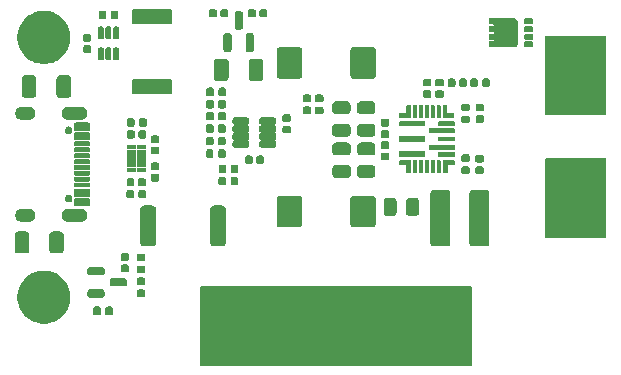
<source format=gbr>
%TF.GenerationSoftware,KiCad,Pcbnew,9.0.7*%
%TF.CreationDate,2026-02-28T14:03:02+01:00*%
%TF.ProjectId,PDNode-PDCard-4242,50444e6f-6465-42d5-9044-436172642d34,rev?*%
%TF.SameCoordinates,Original*%
%TF.FileFunction,Soldermask,Top*%
%TF.FilePolarity,Negative*%
%FSLAX46Y46*%
G04 Gerber Fmt 4.6, Leading zero omitted, Abs format (unit mm)*
G04 Created by KiCad (PCBNEW 9.0.7) date 2026-02-28 14:03:02*
%MOMM*%
%LPD*%
G01*
G04 APERTURE LIST*
G04 APERTURE END LIST*
G36*
X35739632Y5873559D02*
G01*
X35766668Y5862360D01*
X35787360Y5841668D01*
X35798559Y5814632D01*
X35800000Y5800000D01*
X35800000Y-800000D01*
X35798559Y-814632D01*
X35787360Y-841668D01*
X35766668Y-862360D01*
X35739632Y-873559D01*
X35725000Y-875000D01*
X35722546Y-875000D01*
X12902454Y-875000D01*
X12900000Y-875000D01*
X12885368Y-873559D01*
X12858332Y-862360D01*
X12837640Y-841668D01*
X12826441Y-814632D01*
X12825000Y-800000D01*
X12825000Y5800000D01*
X12826441Y5814632D01*
X12837640Y5841668D01*
X12858332Y5862360D01*
X12885368Y5873559D01*
X12900000Y5875000D01*
X35725000Y5875000D01*
X35739632Y5873559D01*
G37*
G36*
X33953Y7156767D02*
G01*
X318239Y7080593D01*
X590150Y6967964D01*
X845033Y6820807D01*
X1078528Y6641640D01*
X1286640Y6433528D01*
X1465807Y6200033D01*
X1612964Y5945150D01*
X1725593Y5673239D01*
X1801767Y5388953D01*
X1840183Y5097157D01*
X1840183Y4802843D01*
X1801767Y4511047D01*
X1725593Y4226761D01*
X1612964Y3954850D01*
X1465807Y3699967D01*
X1286640Y3466472D01*
X1078528Y3258360D01*
X845033Y3079193D01*
X590150Y2932036D01*
X318239Y2819407D01*
X33953Y2743233D01*
X-257843Y2704817D01*
X-552157Y2704817D01*
X-843953Y2743233D01*
X-1128239Y2819407D01*
X-1400150Y2932036D01*
X-1655033Y3079193D01*
X-1888528Y3258360D01*
X-2096640Y3466472D01*
X-2275807Y3699967D01*
X-2422964Y3954850D01*
X-2535593Y4226761D01*
X-2611767Y4511047D01*
X-2650183Y4802843D01*
X-2650183Y5097157D01*
X-2611767Y5388953D01*
X-2535593Y5673239D01*
X-2422964Y5945150D01*
X-2275807Y6200033D01*
X-2096640Y6433528D01*
X-1888528Y6641640D01*
X-1655033Y6820807D01*
X-1400150Y6967964D01*
X-1128239Y7080593D01*
X-843953Y7156767D01*
X-552157Y7195183D01*
X-257843Y7195183D01*
X33953Y7156767D01*
G37*
G36*
X4295796Y4155918D02*
G01*
X4355815Y4115815D01*
X4395918Y4055796D01*
X4410000Y3985000D01*
X4410000Y3615000D01*
X4395918Y3544204D01*
X4355815Y3484185D01*
X4295796Y3444082D01*
X4225000Y3430000D01*
X3955000Y3430000D01*
X3884204Y3444082D01*
X3824185Y3484185D01*
X3784082Y3544204D01*
X3770000Y3615000D01*
X3770000Y3985000D01*
X3784082Y4055796D01*
X3824185Y4115815D01*
X3884204Y4155918D01*
X3955000Y4170000D01*
X4225000Y4170000D01*
X4295796Y4155918D01*
G37*
G36*
X5315796Y4155918D02*
G01*
X5375815Y4115815D01*
X5415918Y4055796D01*
X5430000Y3985000D01*
X5430000Y3615000D01*
X5415918Y3544204D01*
X5375815Y3484185D01*
X5315796Y3444082D01*
X5245000Y3430000D01*
X4975000Y3430000D01*
X4904204Y3444082D01*
X4844185Y3484185D01*
X4804082Y3544204D01*
X4790000Y3615000D01*
X4790000Y3985000D01*
X4804082Y4055796D01*
X4844185Y4115815D01*
X4904204Y4155918D01*
X4975000Y4170000D01*
X5245000Y4170000D01*
X5315796Y4155918D01*
G37*
G36*
X4601537Y5609776D02*
G01*
X4666421Y5566421D01*
X4709776Y5501537D01*
X4725000Y5425000D01*
X4725000Y5125000D01*
X4709776Y5048463D01*
X4666421Y4983579D01*
X4601537Y4940224D01*
X4525000Y4925000D01*
X3475000Y4925000D01*
X3398463Y4940224D01*
X3333579Y4983579D01*
X3290224Y5048463D01*
X3275000Y5125000D01*
X3275000Y5425000D01*
X3290224Y5501537D01*
X3333579Y5566421D01*
X3398463Y5609776D01*
X3475000Y5625000D01*
X4525000Y5625000D01*
X4601537Y5609776D01*
G37*
G36*
X8055796Y5595918D02*
G01*
X8115815Y5555815D01*
X8155918Y5495796D01*
X8170000Y5425000D01*
X8170000Y5155000D01*
X8155918Y5084204D01*
X8115815Y5024185D01*
X8055796Y4984082D01*
X7985000Y4970000D01*
X7615000Y4970000D01*
X7544204Y4984082D01*
X7484185Y5024185D01*
X7444082Y5084204D01*
X7430000Y5155000D01*
X7430000Y5425000D01*
X7444082Y5495796D01*
X7484185Y5555815D01*
X7544204Y5595918D01*
X7615000Y5610000D01*
X7985000Y5610000D01*
X8055796Y5595918D01*
G37*
G36*
X6476537Y6559776D02*
G01*
X6541421Y6516421D01*
X6584776Y6451537D01*
X6600000Y6375000D01*
X6600000Y6075000D01*
X6584776Y5998463D01*
X6541421Y5933579D01*
X6476537Y5890224D01*
X6400000Y5875000D01*
X5350000Y5875000D01*
X5273463Y5890224D01*
X5208579Y5933579D01*
X5165224Y5998463D01*
X5150000Y6075000D01*
X5150000Y6375000D01*
X5165224Y6451537D01*
X5208579Y6516421D01*
X5273463Y6559776D01*
X5350000Y6575000D01*
X6400000Y6575000D01*
X6476537Y6559776D01*
G37*
G36*
X8055796Y6615918D02*
G01*
X8115815Y6575815D01*
X8155918Y6515796D01*
X8170000Y6445000D01*
X8170000Y6175000D01*
X8155918Y6104204D01*
X8115815Y6044185D01*
X8055796Y6004082D01*
X7985000Y5990000D01*
X7615000Y5990000D01*
X7544204Y6004082D01*
X7484185Y6044185D01*
X7444082Y6104204D01*
X7430000Y6175000D01*
X7430000Y6445000D01*
X7444082Y6515796D01*
X7484185Y6575815D01*
X7544204Y6615918D01*
X7615000Y6630000D01*
X7985000Y6630000D01*
X8055796Y6615918D01*
G37*
G36*
X4601537Y7509776D02*
G01*
X4666421Y7466421D01*
X4709776Y7401537D01*
X4725000Y7325000D01*
X4725000Y7025000D01*
X4709776Y6948463D01*
X4666421Y6883579D01*
X4601537Y6840224D01*
X4525000Y6825000D01*
X3475000Y6825000D01*
X3398463Y6840224D01*
X3333579Y6883579D01*
X3290224Y6948463D01*
X3275000Y7025000D01*
X3275000Y7325000D01*
X3290224Y7401537D01*
X3333579Y7466421D01*
X3398463Y7509776D01*
X3475000Y7525000D01*
X4525000Y7525000D01*
X4601537Y7509776D01*
G37*
G36*
X8055796Y7595918D02*
G01*
X8115815Y7555815D01*
X8155918Y7495796D01*
X8170000Y7425000D01*
X8170000Y7155000D01*
X8155918Y7084204D01*
X8115815Y7024185D01*
X8055796Y6984082D01*
X7985000Y6970000D01*
X7615000Y6970000D01*
X7544204Y6984082D01*
X7484185Y7024185D01*
X7444082Y7084204D01*
X7430000Y7155000D01*
X7430000Y7425000D01*
X7444082Y7495796D01*
X7484185Y7555815D01*
X7544204Y7595918D01*
X7615000Y7610000D01*
X7985000Y7610000D01*
X8055796Y7595918D01*
G37*
G36*
X6682710Y7715537D02*
G01*
X6744350Y7674350D01*
X6785537Y7612710D01*
X6800000Y7540000D01*
X6800000Y7260000D01*
X6785537Y7187290D01*
X6744350Y7125650D01*
X6682710Y7084463D01*
X6610000Y7070000D01*
X6270000Y7070000D01*
X6197290Y7084463D01*
X6135650Y7125650D01*
X6094463Y7187290D01*
X6080000Y7260000D01*
X6080000Y7540000D01*
X6094463Y7612710D01*
X6135650Y7674350D01*
X6197290Y7715537D01*
X6270000Y7730000D01*
X6610000Y7730000D01*
X6682710Y7715537D01*
G37*
G36*
X8055796Y8615918D02*
G01*
X8115815Y8575815D01*
X8155918Y8515796D01*
X8170000Y8445000D01*
X8170000Y8175000D01*
X8155918Y8104204D01*
X8115815Y8044185D01*
X8055796Y8004082D01*
X7985000Y7990000D01*
X7615000Y7990000D01*
X7544204Y8004082D01*
X7484185Y8044185D01*
X7444082Y8104204D01*
X7430000Y8175000D01*
X7430000Y8445000D01*
X7444082Y8515796D01*
X7484185Y8575815D01*
X7544204Y8615918D01*
X7615000Y8630000D01*
X7985000Y8630000D01*
X8055796Y8615918D01*
G37*
G36*
X6682710Y8675537D02*
G01*
X6744350Y8634350D01*
X6785537Y8572710D01*
X6800000Y8500000D01*
X6800000Y8220000D01*
X6785537Y8147290D01*
X6744350Y8085650D01*
X6682710Y8044463D01*
X6610000Y8030000D01*
X6270000Y8030000D01*
X6197290Y8044463D01*
X6135650Y8085650D01*
X6094463Y8147290D01*
X6080000Y8220000D01*
X6080000Y8500000D01*
X6094463Y8572710D01*
X6135650Y8634350D01*
X6197290Y8675537D01*
X6270000Y8690000D01*
X6610000Y8690000D01*
X6682710Y8675537D01*
G37*
G36*
X-1881315Y10517031D02*
G01*
X-1872642Y10513202D01*
X-1865075Y10512099D01*
X-1817777Y10488977D01*
X-1780459Y10472499D01*
X-1777004Y10469044D01*
X-1776080Y10468592D01*
X-1706409Y10398921D01*
X-1705958Y10397998D01*
X-1702501Y10394541D01*
X-1686022Y10357218D01*
X-1662902Y10309927D01*
X-1661800Y10302361D01*
X-1657969Y10293685D01*
X-1650000Y10225000D01*
X-1650000Y8975000D01*
X-1657969Y8906315D01*
X-1661801Y8897639D01*
X-1662902Y8890075D01*
X-1686015Y8842798D01*
X-1702501Y8805459D01*
X-1705959Y8802002D01*
X-1706409Y8801080D01*
X-1776080Y8731409D01*
X-1777002Y8730959D01*
X-1780459Y8727501D01*
X-1817793Y8711017D01*
X-1865074Y8687902D01*
X-1872639Y8686800D01*
X-1881315Y8682969D01*
X-1950000Y8675000D01*
X-2575000Y8675000D01*
X-2643685Y8682969D01*
X-2652362Y8686800D01*
X-2659926Y8687902D01*
X-2707213Y8711019D01*
X-2744541Y8727501D01*
X-2747998Y8730958D01*
X-2748921Y8731409D01*
X-2818592Y8801080D01*
X-2819044Y8802004D01*
X-2822499Y8805459D01*
X-2838975Y8842772D01*
X-2862099Y8890074D01*
X-2863202Y8897643D01*
X-2867031Y8906315D01*
X-2875000Y8975000D01*
X-2875000Y10225000D01*
X-2867031Y10293685D01*
X-2863202Y10302358D01*
X-2862099Y10309926D01*
X-2838972Y10357234D01*
X-2822499Y10394541D01*
X-2819045Y10397996D01*
X-2818592Y10398921D01*
X-2748921Y10468592D01*
X-2747996Y10469045D01*
X-2744541Y10472499D01*
X-2707239Y10488970D01*
X-2659927Y10512099D01*
X-2652358Y10513202D01*
X-2643685Y10517031D01*
X-2575000Y10525000D01*
X-1950000Y10525000D01*
X-1881315Y10517031D01*
G37*
G36*
X1043685Y10517031D02*
G01*
X1052358Y10513202D01*
X1059925Y10512099D01*
X1107223Y10488977D01*
X1144541Y10472499D01*
X1147996Y10469044D01*
X1148920Y10468592D01*
X1218591Y10398921D01*
X1219042Y10397998D01*
X1222499Y10394541D01*
X1238978Y10357218D01*
X1262098Y10309927D01*
X1263200Y10302361D01*
X1267031Y10293685D01*
X1275000Y10225000D01*
X1275000Y8975000D01*
X1267031Y8906315D01*
X1263199Y8897639D01*
X1262098Y8890075D01*
X1238985Y8842798D01*
X1222499Y8805459D01*
X1219041Y8802002D01*
X1218591Y8801080D01*
X1148920Y8731409D01*
X1147998Y8730959D01*
X1144541Y8727501D01*
X1107207Y8711017D01*
X1059926Y8687902D01*
X1052361Y8686800D01*
X1043685Y8682969D01*
X975000Y8675000D01*
X350000Y8675000D01*
X281315Y8682969D01*
X272638Y8686800D01*
X265074Y8687902D01*
X217787Y8711019D01*
X180459Y8727501D01*
X177002Y8730958D01*
X176079Y8731409D01*
X106408Y8801080D01*
X105956Y8802004D01*
X102501Y8805459D01*
X86025Y8842772D01*
X62901Y8890074D01*
X61798Y8897643D01*
X57969Y8906315D01*
X50000Y8975000D01*
X50000Y10225000D01*
X57969Y10293685D01*
X61798Y10302358D01*
X62901Y10309926D01*
X86028Y10357234D01*
X102501Y10394541D01*
X105955Y10397996D01*
X106408Y10398921D01*
X176079Y10468592D01*
X177004Y10469045D01*
X180459Y10472499D01*
X217761Y10488970D01*
X265073Y10512099D01*
X272642Y10513202D01*
X281315Y10517031D01*
X350000Y10525000D01*
X975000Y10525000D01*
X1043685Y10517031D01*
G37*
G36*
X33751175Y14038561D02*
G01*
X33756627Y14036019D01*
X33759404Y14035614D01*
X33798855Y14016328D01*
X33856844Y13989287D01*
X33939287Y13906844D01*
X33966338Y13848833D01*
X33985613Y13809405D01*
X33986017Y13806631D01*
X33988561Y13801175D01*
X34000000Y13714286D01*
X34000000Y9585714D01*
X33988561Y9498825D01*
X33986017Y9493370D01*
X33985613Y9490596D01*
X33966348Y9451190D01*
X33939287Y9393156D01*
X33856844Y9310713D01*
X33798810Y9283652D01*
X33759404Y9264387D01*
X33756630Y9263983D01*
X33751175Y9261439D01*
X33664286Y9250000D01*
X32635714Y9250000D01*
X32548825Y9261439D01*
X32543369Y9263983D01*
X32540595Y9264387D01*
X32501167Y9283662D01*
X32443156Y9310713D01*
X32360713Y9393156D01*
X32333672Y9451145D01*
X32314386Y9490596D01*
X32313981Y9493373D01*
X32311439Y9498825D01*
X32300000Y9585714D01*
X32300000Y13714286D01*
X32311439Y13801175D01*
X32313981Y13806627D01*
X32314386Y13809405D01*
X32333682Y13848877D01*
X32360713Y13906844D01*
X32443156Y13989287D01*
X32501123Y14016318D01*
X32540595Y14035614D01*
X32543373Y14036019D01*
X32548825Y14038561D01*
X32635714Y14050000D01*
X33664286Y14050000D01*
X33751175Y14038561D01*
G37*
G36*
X37051175Y14038561D02*
G01*
X37056627Y14036019D01*
X37059404Y14035614D01*
X37098855Y14016328D01*
X37156844Y13989287D01*
X37239287Y13906844D01*
X37266338Y13848833D01*
X37285613Y13809405D01*
X37286017Y13806631D01*
X37288561Y13801175D01*
X37300000Y13714286D01*
X37300000Y9585714D01*
X37288561Y9498825D01*
X37286017Y9493370D01*
X37285613Y9490596D01*
X37266348Y9451190D01*
X37239287Y9393156D01*
X37156844Y9310713D01*
X37098810Y9283652D01*
X37059404Y9264387D01*
X37056630Y9263983D01*
X37051175Y9261439D01*
X36964286Y9250000D01*
X35935714Y9250000D01*
X35848825Y9261439D01*
X35843369Y9263983D01*
X35840595Y9264387D01*
X35801167Y9283662D01*
X35743156Y9310713D01*
X35660713Y9393156D01*
X35633672Y9451145D01*
X35614386Y9490596D01*
X35613981Y9493373D01*
X35611439Y9498825D01*
X35600000Y9585714D01*
X35600000Y13714286D01*
X35611439Y13801175D01*
X35613981Y13806627D01*
X35614386Y13809405D01*
X35633682Y13848877D01*
X35660713Y13906844D01*
X35743156Y13989287D01*
X35801123Y14016318D01*
X35840595Y14035614D01*
X35843373Y14036019D01*
X35848825Y14038561D01*
X35935714Y14050000D01*
X36964286Y14050000D01*
X37051175Y14038561D01*
G37*
G36*
X8843685Y12717031D02*
G01*
X8852358Y12713202D01*
X8859925Y12712099D01*
X8907223Y12688977D01*
X8944541Y12672499D01*
X8947996Y12669044D01*
X8948920Y12668592D01*
X9018591Y12598921D01*
X9019042Y12597998D01*
X9022499Y12594541D01*
X9038978Y12557218D01*
X9062098Y12509927D01*
X9063200Y12502361D01*
X9067031Y12493685D01*
X9075000Y12425000D01*
X9075000Y9575000D01*
X9067031Y9506315D01*
X9063199Y9497639D01*
X9062098Y9490075D01*
X9038985Y9442798D01*
X9022499Y9405459D01*
X9019041Y9402002D01*
X9018591Y9401080D01*
X8948920Y9331409D01*
X8947998Y9330959D01*
X8944541Y9327501D01*
X8907207Y9311017D01*
X8859926Y9287902D01*
X8852361Y9286800D01*
X8843685Y9282969D01*
X8775000Y9275000D01*
X8050000Y9275000D01*
X7981315Y9282969D01*
X7972638Y9286800D01*
X7965074Y9287902D01*
X7917787Y9311019D01*
X7880459Y9327501D01*
X7877002Y9330958D01*
X7876079Y9331409D01*
X7806408Y9401080D01*
X7805956Y9402004D01*
X7802501Y9405459D01*
X7786025Y9442772D01*
X7762901Y9490074D01*
X7761798Y9497643D01*
X7757969Y9506315D01*
X7750000Y9575000D01*
X7750000Y12425000D01*
X7757969Y12493685D01*
X7761798Y12502358D01*
X7762901Y12509926D01*
X7786028Y12557234D01*
X7802501Y12594541D01*
X7805955Y12597996D01*
X7806408Y12598921D01*
X7876079Y12668592D01*
X7877004Y12669045D01*
X7880459Y12672499D01*
X7917761Y12688970D01*
X7965073Y12712099D01*
X7972642Y12713202D01*
X7981315Y12717031D01*
X8050000Y12725000D01*
X8775000Y12725000D01*
X8843685Y12717031D01*
G37*
G36*
X14768685Y12717031D02*
G01*
X14777358Y12713202D01*
X14784925Y12712099D01*
X14832223Y12688977D01*
X14869541Y12672499D01*
X14872996Y12669044D01*
X14873920Y12668592D01*
X14943591Y12598921D01*
X14944042Y12597998D01*
X14947499Y12594541D01*
X14963978Y12557218D01*
X14987098Y12509927D01*
X14988200Y12502361D01*
X14992031Y12493685D01*
X15000000Y12425000D01*
X15000000Y9575000D01*
X14992031Y9506315D01*
X14988199Y9497639D01*
X14987098Y9490075D01*
X14963985Y9442798D01*
X14947499Y9405459D01*
X14944041Y9402002D01*
X14943591Y9401080D01*
X14873920Y9331409D01*
X14872998Y9330959D01*
X14869541Y9327501D01*
X14832207Y9311017D01*
X14784926Y9287902D01*
X14777361Y9286800D01*
X14768685Y9282969D01*
X14700000Y9275000D01*
X13975000Y9275000D01*
X13906315Y9282969D01*
X13897638Y9286800D01*
X13890074Y9287902D01*
X13842787Y9311019D01*
X13805459Y9327501D01*
X13802002Y9330958D01*
X13801079Y9331409D01*
X13731408Y9401080D01*
X13730956Y9402004D01*
X13727501Y9405459D01*
X13711025Y9442772D01*
X13687901Y9490074D01*
X13686798Y9497643D01*
X13682969Y9506315D01*
X13675000Y9575000D01*
X13675000Y12425000D01*
X13682969Y12493685D01*
X13686798Y12502358D01*
X13687901Y12509926D01*
X13711028Y12557234D01*
X13727501Y12594541D01*
X13730955Y12597996D01*
X13731408Y12598921D01*
X13801079Y12668592D01*
X13802004Y12669045D01*
X13805459Y12672499D01*
X13842761Y12688970D01*
X13890073Y12712099D01*
X13897642Y12713202D01*
X13906315Y12717031D01*
X13975000Y12725000D01*
X14700000Y12725000D01*
X14768685Y12717031D01*
G37*
G36*
X47184129Y16700764D02*
G01*
X47200350Y16689925D01*
X47211189Y16673704D01*
X47214995Y16654570D01*
X47214995Y10045490D01*
X47211189Y10026356D01*
X47200350Y10010135D01*
X47184129Y9999296D01*
X47164995Y9995490D01*
X42084995Y9995490D01*
X42065861Y9999296D01*
X42049640Y10010135D01*
X42038801Y10026356D01*
X42034995Y10045490D01*
X42034995Y16654570D01*
X42038801Y16673704D01*
X42049640Y16689925D01*
X42065861Y16700764D01*
X42084995Y16704570D01*
X47164995Y16704570D01*
X47184129Y16700764D01*
G37*
G36*
X21221185Y13542031D02*
G01*
X21229858Y13538202D01*
X21237425Y13537099D01*
X21284723Y13513977D01*
X21322041Y13497499D01*
X21325496Y13494044D01*
X21326420Y13493592D01*
X21396091Y13423921D01*
X21396542Y13422998D01*
X21399999Y13419541D01*
X21416478Y13382218D01*
X21439598Y13334927D01*
X21440700Y13327361D01*
X21444531Y13318685D01*
X21452500Y13250000D01*
X21452500Y11160000D01*
X21444531Y11091315D01*
X21440699Y11082639D01*
X21439598Y11075075D01*
X21416485Y11027798D01*
X21399999Y10990459D01*
X21396541Y10987002D01*
X21396091Y10986080D01*
X21326420Y10916409D01*
X21325498Y10915959D01*
X21322041Y10912501D01*
X21284707Y10896017D01*
X21237426Y10872902D01*
X21229861Y10871800D01*
X21221185Y10867969D01*
X21152500Y10860000D01*
X19582500Y10860000D01*
X19513815Y10867969D01*
X19505138Y10871800D01*
X19497574Y10872902D01*
X19450287Y10896019D01*
X19412959Y10912501D01*
X19409502Y10915958D01*
X19408579Y10916409D01*
X19338908Y10986080D01*
X19338456Y10987004D01*
X19335001Y10990459D01*
X19318525Y11027772D01*
X19295401Y11075074D01*
X19294298Y11082643D01*
X19290469Y11091315D01*
X19282500Y11160000D01*
X19282500Y13250000D01*
X19290469Y13318685D01*
X19294298Y13327358D01*
X19295401Y13334926D01*
X19318528Y13382234D01*
X19335001Y13419541D01*
X19338455Y13422996D01*
X19338908Y13423921D01*
X19408579Y13493592D01*
X19409504Y13494045D01*
X19412959Y13497499D01*
X19450261Y13513970D01*
X19497573Y13537099D01*
X19505142Y13538202D01*
X19513815Y13542031D01*
X19582500Y13550000D01*
X21152500Y13550000D01*
X21221185Y13542031D01*
G37*
G36*
X27461185Y13542031D02*
G01*
X27469858Y13538202D01*
X27477425Y13537099D01*
X27524723Y13513977D01*
X27562041Y13497499D01*
X27565496Y13494044D01*
X27566420Y13493592D01*
X27636091Y13423921D01*
X27636542Y13422998D01*
X27639999Y13419541D01*
X27656478Y13382218D01*
X27679598Y13334927D01*
X27680700Y13327361D01*
X27684531Y13318685D01*
X27692500Y13250000D01*
X27692500Y11160000D01*
X27684531Y11091315D01*
X27680699Y11082639D01*
X27679598Y11075075D01*
X27656485Y11027798D01*
X27639999Y10990459D01*
X27636541Y10987002D01*
X27636091Y10986080D01*
X27566420Y10916409D01*
X27565498Y10915959D01*
X27562041Y10912501D01*
X27524707Y10896017D01*
X27477426Y10872902D01*
X27469861Y10871800D01*
X27461185Y10867969D01*
X27392500Y10860000D01*
X25822500Y10860000D01*
X25753815Y10867969D01*
X25745138Y10871800D01*
X25737574Y10872902D01*
X25690287Y10896019D01*
X25652959Y10912501D01*
X25649502Y10915958D01*
X25648579Y10916409D01*
X25578908Y10986080D01*
X25578456Y10987004D01*
X25575001Y10990459D01*
X25558525Y11027772D01*
X25535401Y11075074D01*
X25534298Y11082643D01*
X25530469Y11091315D01*
X25522500Y11160000D01*
X25522500Y13250000D01*
X25530469Y13318685D01*
X25534298Y13327358D01*
X25535401Y13334926D01*
X25558528Y13382234D01*
X25575001Y13419541D01*
X25578455Y13422996D01*
X25578908Y13423921D01*
X25648579Y13493592D01*
X25649504Y13494045D01*
X25652959Y13497499D01*
X25690261Y13513970D01*
X25737573Y13537099D01*
X25745142Y13538202D01*
X25753815Y13542031D01*
X25822500Y13550000D01*
X27392500Y13550000D01*
X27461185Y13542031D01*
G37*
G36*
X-1628211Y12425295D02*
G01*
X-1489524Y12388134D01*
X-1365181Y12316344D01*
X-1263656Y12214819D01*
X-1191866Y12090476D01*
X-1154705Y11951789D01*
X-1154705Y11808211D01*
X-1191866Y11669524D01*
X-1263656Y11545181D01*
X-1365181Y11443656D01*
X-1489524Y11371866D01*
X-1628211Y11334705D01*
X-1700000Y11330000D01*
X-1701637Y11330000D01*
X-2298363Y11330000D01*
X-2300000Y11330000D01*
X-2371789Y11334705D01*
X-2510476Y11371866D01*
X-2634819Y11443656D01*
X-2736344Y11545181D01*
X-2808134Y11669524D01*
X-2845295Y11808211D01*
X-2845295Y11951789D01*
X-2808134Y12090476D01*
X-2736344Y12214819D01*
X-2634819Y12316344D01*
X-2510476Y12388134D01*
X-2371789Y12425295D01*
X-2300000Y12430000D01*
X-1700000Y12430000D01*
X-1628211Y12425295D01*
G37*
G36*
X2801789Y12425295D02*
G01*
X2940476Y12388134D01*
X3064819Y12316344D01*
X3166344Y12214819D01*
X3238134Y12090476D01*
X3275295Y11951789D01*
X3275295Y11808211D01*
X3238134Y11669524D01*
X3166344Y11545181D01*
X3064819Y11443656D01*
X2940476Y11371866D01*
X2801789Y11334705D01*
X2730000Y11330000D01*
X2728363Y11330000D01*
X1631637Y11330000D01*
X1630000Y11330000D01*
X1558211Y11334705D01*
X1419524Y11371866D01*
X1295181Y11443656D01*
X1193656Y11545181D01*
X1121866Y11669524D01*
X1084705Y11808211D01*
X1084705Y11951789D01*
X1121866Y12090476D01*
X1193656Y12214819D01*
X1295181Y12316344D01*
X1419524Y12388134D01*
X1558211Y12425295D01*
X1630000Y12430000D01*
X2730000Y12430000D01*
X2801789Y12425295D01*
G37*
G36*
X29218685Y13367031D02*
G01*
X29227358Y13363202D01*
X29234925Y13362099D01*
X29282223Y13338977D01*
X29319541Y13322499D01*
X29322996Y13319044D01*
X29323920Y13318592D01*
X29393591Y13248921D01*
X29394042Y13247998D01*
X29397499Y13244541D01*
X29413978Y13207218D01*
X29437098Y13159927D01*
X29438200Y13152361D01*
X29442031Y13143685D01*
X29450000Y13075000D01*
X29450000Y12125000D01*
X29442031Y12056315D01*
X29438199Y12047639D01*
X29437098Y12040075D01*
X29413985Y11992798D01*
X29397499Y11955459D01*
X29394041Y11952002D01*
X29393591Y11951080D01*
X29323920Y11881409D01*
X29322998Y11880959D01*
X29319541Y11877501D01*
X29282207Y11861017D01*
X29234926Y11837902D01*
X29227361Y11836800D01*
X29218685Y11832969D01*
X29150000Y11825000D01*
X28650000Y11825000D01*
X28581315Y11832969D01*
X28572638Y11836800D01*
X28565074Y11837902D01*
X28517787Y11861019D01*
X28480459Y11877501D01*
X28477002Y11880958D01*
X28476079Y11881409D01*
X28406408Y11951080D01*
X28405956Y11952004D01*
X28402501Y11955459D01*
X28386025Y11992772D01*
X28362901Y12040074D01*
X28361798Y12047643D01*
X28357969Y12056315D01*
X28350000Y12125000D01*
X28350000Y13075000D01*
X28357969Y13143685D01*
X28361798Y13152358D01*
X28362901Y13159926D01*
X28386028Y13207234D01*
X28402501Y13244541D01*
X28405955Y13247996D01*
X28406408Y13248921D01*
X28476079Y13318592D01*
X28477004Y13319045D01*
X28480459Y13322499D01*
X28517761Y13338970D01*
X28565073Y13362099D01*
X28572642Y13363202D01*
X28581315Y13367031D01*
X28650000Y13375000D01*
X29150000Y13375000D01*
X29218685Y13367031D01*
G37*
G36*
X31118685Y13367031D02*
G01*
X31127358Y13363202D01*
X31134925Y13362099D01*
X31182223Y13338977D01*
X31219541Y13322499D01*
X31222996Y13319044D01*
X31223920Y13318592D01*
X31293591Y13248921D01*
X31294042Y13247998D01*
X31297499Y13244541D01*
X31313978Y13207218D01*
X31337098Y13159927D01*
X31338200Y13152361D01*
X31342031Y13143685D01*
X31350000Y13075000D01*
X31350000Y12125000D01*
X31342031Y12056315D01*
X31338199Y12047639D01*
X31337098Y12040075D01*
X31313985Y11992798D01*
X31297499Y11955459D01*
X31294041Y11952002D01*
X31293591Y11951080D01*
X31223920Y11881409D01*
X31222998Y11880959D01*
X31219541Y11877501D01*
X31182207Y11861017D01*
X31134926Y11837902D01*
X31127361Y11836800D01*
X31118685Y11832969D01*
X31050000Y11825000D01*
X30550000Y11825000D01*
X30481315Y11832969D01*
X30472638Y11836800D01*
X30465074Y11837902D01*
X30417787Y11861019D01*
X30380459Y11877501D01*
X30377002Y11880958D01*
X30376079Y11881409D01*
X30306408Y11951080D01*
X30305956Y11952004D01*
X30302501Y11955459D01*
X30286025Y11992772D01*
X30262901Y12040074D01*
X30261798Y12047643D01*
X30257969Y12056315D01*
X30250000Y12125000D01*
X30250000Y13075000D01*
X30257969Y13143685D01*
X30261798Y13152358D01*
X30262901Y13159926D01*
X30286028Y13207234D01*
X30302501Y13244541D01*
X30305955Y13247996D01*
X30306408Y13248921D01*
X30376079Y13318592D01*
X30377004Y13319045D01*
X30380459Y13322499D01*
X30417761Y13338970D01*
X30465073Y13362099D01*
X30472642Y13363202D01*
X30481315Y13367031D01*
X30550000Y13375000D01*
X31050000Y13375000D01*
X31118685Y13367031D01*
G37*
G36*
X3396537Y13334776D02*
G01*
X3461421Y13291421D01*
X3504776Y13226537D01*
X3520000Y13150000D01*
X3520000Y12850000D01*
X3504776Y12773463D01*
X3461421Y12708579D01*
X3396537Y12665224D01*
X3320000Y12650000D01*
X2320000Y12650000D01*
X2243463Y12665224D01*
X2178579Y12708579D01*
X2135224Y12773463D01*
X2120000Y12850000D01*
X2120000Y13150000D01*
X2135224Y13226537D01*
X2178579Y13291421D01*
X2243463Y13334776D01*
X2320000Y13350000D01*
X3320000Y13350000D01*
X3396537Y13334776D01*
G37*
G36*
X1804372Y13610261D02*
G01*
X1877847Y13567840D01*
X1937840Y13507847D01*
X1980261Y13434372D01*
X2002220Y13352421D01*
X2002220Y13267579D01*
X1980261Y13185628D01*
X1937840Y13112153D01*
X1877847Y13052160D01*
X1804372Y13009739D01*
X1722421Y12987780D01*
X1637579Y12987780D01*
X1555628Y13009739D01*
X1482153Y13052160D01*
X1422160Y13112153D01*
X1379739Y13185628D01*
X1357780Y13267579D01*
X1357780Y13352421D01*
X1379739Y13434372D01*
X1422160Y13507847D01*
X1482153Y13567840D01*
X1555628Y13610261D01*
X1637579Y13632220D01*
X1722421Y13632220D01*
X1804372Y13610261D01*
G37*
G36*
X7095796Y14055918D02*
G01*
X7155815Y14015815D01*
X7195918Y13955796D01*
X7210000Y13885000D01*
X7210000Y13515000D01*
X7195918Y13444204D01*
X7155815Y13384185D01*
X7095796Y13344082D01*
X7025000Y13330000D01*
X6755000Y13330000D01*
X6684204Y13344082D01*
X6624185Y13384185D01*
X6584082Y13444204D01*
X6570000Y13515000D01*
X6570000Y13885000D01*
X6584082Y13955796D01*
X6624185Y14015815D01*
X6684204Y14055918D01*
X6755000Y14070000D01*
X7025000Y14070000D01*
X7095796Y14055918D01*
G37*
G36*
X8115796Y14055918D02*
G01*
X8175815Y14015815D01*
X8215918Y13955796D01*
X8230000Y13885000D01*
X8230000Y13515000D01*
X8215918Y13444204D01*
X8175815Y13384185D01*
X8115796Y13344082D01*
X8045000Y13330000D01*
X7775000Y13330000D01*
X7704204Y13344082D01*
X7644185Y13384185D01*
X7604082Y13444204D01*
X7590000Y13515000D01*
X7590000Y13885000D01*
X7604082Y13955796D01*
X7644185Y14015815D01*
X7704204Y14055918D01*
X7775000Y14070000D01*
X8045000Y14070000D01*
X8115796Y14055918D01*
G37*
G36*
X3396537Y14134776D02*
G01*
X3461421Y14091421D01*
X3504776Y14026537D01*
X3520000Y13950000D01*
X3520000Y13650000D01*
X3504776Y13573463D01*
X3461421Y13508579D01*
X3396537Y13465224D01*
X3320000Y13450000D01*
X2320000Y13450000D01*
X2243463Y13465224D01*
X2178579Y13508579D01*
X2135224Y13573463D01*
X2120000Y13650000D01*
X2120000Y13950000D01*
X2135224Y14026537D01*
X2178579Y14091421D01*
X2243463Y14134776D01*
X2320000Y14150000D01*
X3320000Y14150000D01*
X3396537Y14134776D01*
G37*
G36*
X3442835Y14640485D02*
G01*
X3483388Y14613388D01*
X3510485Y14572835D01*
X3520000Y14525000D01*
X3520000Y14375000D01*
X3510485Y14327165D01*
X3483388Y14286612D01*
X3442835Y14259515D01*
X3395000Y14250000D01*
X2245000Y14250000D01*
X2197165Y14259515D01*
X2156612Y14286612D01*
X2129515Y14327165D01*
X2120000Y14375000D01*
X2120000Y14525000D01*
X2129515Y14572835D01*
X2156612Y14613388D01*
X2197165Y14640485D01*
X2245000Y14650000D01*
X3395000Y14650000D01*
X3442835Y14640485D01*
G37*
G36*
X7132710Y15045537D02*
G01*
X7194350Y15004350D01*
X7235537Y14942710D01*
X7250000Y14870000D01*
X7250000Y14530000D01*
X7235537Y14457290D01*
X7194350Y14395650D01*
X7132710Y14354463D01*
X7060000Y14340000D01*
X6780000Y14340000D01*
X6707290Y14354463D01*
X6645650Y14395650D01*
X6604463Y14457290D01*
X6590000Y14530000D01*
X6590000Y14870000D01*
X6604463Y14942710D01*
X6645650Y15004350D01*
X6707290Y15045537D01*
X6780000Y15060000D01*
X7060000Y15060000D01*
X7132710Y15045537D01*
G37*
G36*
X8092710Y15045537D02*
G01*
X8154350Y15004350D01*
X8195537Y14942710D01*
X8210000Y14870000D01*
X8210000Y14530000D01*
X8195537Y14457290D01*
X8154350Y14395650D01*
X8092710Y14354463D01*
X8020000Y14340000D01*
X7740000Y14340000D01*
X7667290Y14354463D01*
X7605650Y14395650D01*
X7564463Y14457290D01*
X7550000Y14530000D01*
X7550000Y14870000D01*
X7564463Y14942710D01*
X7605650Y15004350D01*
X7667290Y15045537D01*
X7740000Y15060000D01*
X8020000Y15060000D01*
X8092710Y15045537D01*
G37*
G36*
X14895796Y15155918D02*
G01*
X14955815Y15115815D01*
X14995918Y15055796D01*
X15010000Y14985000D01*
X15010000Y14615000D01*
X14995918Y14544204D01*
X14955815Y14484185D01*
X14895796Y14444082D01*
X14825000Y14430000D01*
X14555000Y14430000D01*
X14484204Y14444082D01*
X14424185Y14484185D01*
X14384082Y14544204D01*
X14370000Y14615000D01*
X14370000Y14985000D01*
X14384082Y15055796D01*
X14424185Y15115815D01*
X14484204Y15155918D01*
X14555000Y15170000D01*
X14825000Y15170000D01*
X14895796Y15155918D01*
G37*
G36*
X15915796Y15155918D02*
G01*
X15975815Y15115815D01*
X16015918Y15055796D01*
X16030000Y14985000D01*
X16030000Y14615000D01*
X16015918Y14544204D01*
X15975815Y14484185D01*
X15915796Y14444082D01*
X15845000Y14430000D01*
X15575000Y14430000D01*
X15504204Y14444082D01*
X15444185Y14484185D01*
X15404082Y14544204D01*
X15390000Y14615000D01*
X15390000Y14985000D01*
X15404082Y15055796D01*
X15444185Y15115815D01*
X15504204Y15155918D01*
X15575000Y15170000D01*
X15845000Y15170000D01*
X15915796Y15155918D01*
G37*
G36*
X9242710Y15385537D02*
G01*
X9304350Y15344350D01*
X9345537Y15282710D01*
X9360000Y15210000D01*
X9360000Y14930000D01*
X9345537Y14857290D01*
X9304350Y14795650D01*
X9242710Y14754463D01*
X9170000Y14740000D01*
X8830000Y14740000D01*
X8757290Y14754463D01*
X8695650Y14795650D01*
X8654463Y14857290D01*
X8640000Y14930000D01*
X8640000Y15210000D01*
X8654463Y15282710D01*
X8695650Y15344350D01*
X8757290Y15385537D01*
X8830000Y15400000D01*
X9170000Y15400000D01*
X9242710Y15385537D01*
G37*
G36*
X3442835Y15140485D02*
G01*
X3483388Y15113388D01*
X3510485Y15072835D01*
X3520000Y15025000D01*
X3520000Y14875000D01*
X3510485Y14827165D01*
X3483388Y14786612D01*
X3442835Y14759515D01*
X3395000Y14750000D01*
X2245000Y14750000D01*
X2197165Y14759515D01*
X2156612Y14786612D01*
X2129515Y14827165D01*
X2120000Y14875000D01*
X2120000Y15025000D01*
X2129515Y15072835D01*
X2156612Y15113388D01*
X2197165Y15140485D01*
X2245000Y15150000D01*
X3395000Y15150000D01*
X3442835Y15140485D01*
G37*
G36*
X25331185Y16147031D02*
G01*
X25339858Y16143202D01*
X25347425Y16142099D01*
X25394723Y16118977D01*
X25432041Y16102499D01*
X25435496Y16099044D01*
X25436420Y16098592D01*
X25506091Y16028921D01*
X25506542Y16027998D01*
X25509999Y16024541D01*
X25526478Y15987218D01*
X25549598Y15939927D01*
X25550700Y15932361D01*
X25554531Y15923685D01*
X25562500Y15855000D01*
X25562500Y15355000D01*
X25554531Y15286315D01*
X25550699Y15277639D01*
X25549598Y15270075D01*
X25526485Y15222798D01*
X25509999Y15185459D01*
X25506541Y15182002D01*
X25506091Y15181080D01*
X25436420Y15111409D01*
X25435498Y15110959D01*
X25432041Y15107501D01*
X25394707Y15091017D01*
X25347426Y15067902D01*
X25339861Y15066800D01*
X25331185Y15062969D01*
X25262500Y15055000D01*
X24312500Y15055000D01*
X24243815Y15062969D01*
X24235138Y15066800D01*
X24227574Y15067902D01*
X24180287Y15091019D01*
X24142959Y15107501D01*
X24139502Y15110958D01*
X24138579Y15111409D01*
X24068908Y15181080D01*
X24068456Y15182004D01*
X24065001Y15185459D01*
X24048525Y15222772D01*
X24025401Y15270074D01*
X24024298Y15277643D01*
X24020469Y15286315D01*
X24012500Y15355000D01*
X24012500Y15855000D01*
X24020469Y15923685D01*
X24024298Y15932358D01*
X24025401Y15939926D01*
X24048528Y15987234D01*
X24065001Y16024541D01*
X24068455Y16027996D01*
X24068908Y16028921D01*
X24138579Y16098592D01*
X24139504Y16099045D01*
X24142959Y16102499D01*
X24180261Y16118970D01*
X24227573Y16142099D01*
X24235142Y16143202D01*
X24243815Y16147031D01*
X24312500Y16155000D01*
X25262500Y16155000D01*
X25331185Y16147031D01*
G37*
G36*
X27431185Y16147031D02*
G01*
X27439858Y16143202D01*
X27447425Y16142099D01*
X27494723Y16118977D01*
X27532041Y16102499D01*
X27535496Y16099044D01*
X27536420Y16098592D01*
X27606091Y16028921D01*
X27606542Y16027998D01*
X27609999Y16024541D01*
X27626478Y15987218D01*
X27649598Y15939927D01*
X27650700Y15932361D01*
X27654531Y15923685D01*
X27662500Y15855000D01*
X27662500Y15355000D01*
X27654531Y15286315D01*
X27650699Y15277639D01*
X27649598Y15270075D01*
X27626485Y15222798D01*
X27609999Y15185459D01*
X27606541Y15182002D01*
X27606091Y15181080D01*
X27536420Y15111409D01*
X27535498Y15110959D01*
X27532041Y15107501D01*
X27494707Y15091017D01*
X27447426Y15067902D01*
X27439861Y15066800D01*
X27431185Y15062969D01*
X27362500Y15055000D01*
X26412500Y15055000D01*
X26343815Y15062969D01*
X26335138Y15066800D01*
X26327574Y15067902D01*
X26280287Y15091019D01*
X26242959Y15107501D01*
X26239502Y15110958D01*
X26238579Y15111409D01*
X26168908Y15181080D01*
X26168456Y15182004D01*
X26165001Y15185459D01*
X26148525Y15222772D01*
X26125401Y15270074D01*
X26124298Y15277643D01*
X26120469Y15286315D01*
X26112500Y15355000D01*
X26112500Y15855000D01*
X26120469Y15923685D01*
X26124298Y15932358D01*
X26125401Y15939926D01*
X26148528Y15987234D01*
X26165001Y16024541D01*
X26168455Y16027996D01*
X26168908Y16028921D01*
X26238579Y16098592D01*
X26239504Y16099045D01*
X26242959Y16102499D01*
X26280261Y16118970D01*
X26327573Y16142099D01*
X26335142Y16143202D01*
X26343815Y16147031D01*
X26412500Y16155000D01*
X27362500Y16155000D01*
X27431185Y16147031D01*
G37*
G36*
X3442835Y15640485D02*
G01*
X3483388Y15613388D01*
X3510485Y15572835D01*
X3520000Y15525000D01*
X3520000Y15375000D01*
X3510485Y15327165D01*
X3483388Y15286612D01*
X3442835Y15259515D01*
X3395000Y15250000D01*
X2245000Y15250000D01*
X2197165Y15259515D01*
X2156612Y15286612D01*
X2129515Y15327165D01*
X2120000Y15375000D01*
X2120000Y15525000D01*
X2129515Y15572835D01*
X2156612Y15613388D01*
X2197165Y15640485D01*
X2245000Y15650000D01*
X3395000Y15650000D01*
X3442835Y15640485D01*
G37*
G36*
X36717710Y16035537D02*
G01*
X36779350Y15994350D01*
X36820537Y15932710D01*
X36835000Y15860000D01*
X36835000Y15580000D01*
X36820537Y15507290D01*
X36779350Y15445650D01*
X36717710Y15404463D01*
X36645000Y15390000D01*
X36305000Y15390000D01*
X36232290Y15404463D01*
X36170650Y15445650D01*
X36129463Y15507290D01*
X36115000Y15580000D01*
X36115000Y15860000D01*
X36129463Y15932710D01*
X36170650Y15994350D01*
X36232290Y16035537D01*
X36305000Y16050000D01*
X36645000Y16050000D01*
X36717710Y16035537D01*
G37*
G36*
X35555796Y16020918D02*
G01*
X35615815Y15980815D01*
X35655918Y15920796D01*
X35670000Y15850000D01*
X35670000Y15580000D01*
X35655918Y15509204D01*
X35615815Y15449185D01*
X35555796Y15409082D01*
X35485000Y15395000D01*
X35115000Y15395000D01*
X35044204Y15409082D01*
X34984185Y15449185D01*
X34944082Y15509204D01*
X34930000Y15580000D01*
X34930000Y15850000D01*
X34944082Y15920796D01*
X34984185Y15980815D01*
X35044204Y16020918D01*
X35115000Y16035000D01*
X35485000Y16035000D01*
X35555796Y16020918D01*
G37*
G36*
X14905796Y16155918D02*
G01*
X14965815Y16115815D01*
X15005918Y16055796D01*
X15020000Y15985000D01*
X15020000Y15615000D01*
X15005918Y15544204D01*
X14965815Y15484185D01*
X14905796Y15444082D01*
X14835000Y15430000D01*
X14565000Y15430000D01*
X14494204Y15444082D01*
X14434185Y15484185D01*
X14394082Y15544204D01*
X14380000Y15615000D01*
X14380000Y15985000D01*
X14394082Y16055796D01*
X14434185Y16115815D01*
X14494204Y16155918D01*
X14565000Y16170000D01*
X14835000Y16170000D01*
X14905796Y16155918D01*
G37*
G36*
X15925796Y16155918D02*
G01*
X15985815Y16115815D01*
X16025918Y16055796D01*
X16040000Y15985000D01*
X16040000Y15615000D01*
X16025918Y15544204D01*
X15985815Y15484185D01*
X15925796Y15444082D01*
X15855000Y15430000D01*
X15585000Y15430000D01*
X15514204Y15444082D01*
X15454185Y15484185D01*
X15414082Y15544204D01*
X15400000Y15615000D01*
X15400000Y15985000D01*
X15414082Y16055796D01*
X15454185Y16115815D01*
X15514204Y16155918D01*
X15585000Y16170000D01*
X15855000Y16170000D01*
X15925796Y16155918D01*
G37*
G36*
X30650384Y16536194D02*
G01*
X30666605Y16525355D01*
X30677444Y16509134D01*
X30681250Y16490000D01*
X30681250Y15540000D01*
X30677444Y15520866D01*
X30666605Y15504645D01*
X30650384Y15493806D01*
X30631250Y15490000D01*
X30331250Y15490000D01*
X30312116Y15493806D01*
X30295895Y15504645D01*
X30285056Y15520866D01*
X30281250Y15540000D01*
X30281250Y16110712D01*
X30251962Y16140000D01*
X29743750Y16140000D01*
X29724616Y16143806D01*
X29708395Y16154645D01*
X29697556Y16170866D01*
X29693750Y16190000D01*
X29693750Y16490000D01*
X29697556Y16509134D01*
X29708395Y16525355D01*
X29724616Y16536194D01*
X29743750Y16540000D01*
X30631250Y16540000D01*
X30650384Y16536194D01*
G37*
G36*
X31166634Y16536194D02*
G01*
X31182855Y16525355D01*
X31193694Y16509134D01*
X31197500Y16490000D01*
X31197500Y15540000D01*
X31193694Y15520866D01*
X31182855Y15504645D01*
X31166634Y15493806D01*
X31147500Y15490000D01*
X30897500Y15490000D01*
X30878366Y15493806D01*
X30862145Y15504645D01*
X30851306Y15520866D01*
X30847500Y15540000D01*
X30847500Y16490000D01*
X30851306Y16509134D01*
X30862145Y16525355D01*
X30878366Y16536194D01*
X30897500Y16540000D01*
X31147500Y16540000D01*
X31166634Y16536194D01*
G37*
G36*
X31669134Y16536194D02*
G01*
X31685355Y16525355D01*
X31696194Y16509134D01*
X31700000Y16490000D01*
X31700000Y15540000D01*
X31696194Y15520866D01*
X31685355Y15504645D01*
X31669134Y15493806D01*
X31650000Y15490000D01*
X31400000Y15490000D01*
X31380866Y15493806D01*
X31364645Y15504645D01*
X31353806Y15520866D01*
X31350000Y15540000D01*
X31350000Y16490000D01*
X31353806Y16509134D01*
X31364645Y16525355D01*
X31380866Y16536194D01*
X31400000Y16540000D01*
X31650000Y16540000D01*
X31669134Y16536194D01*
G37*
G36*
X32169134Y16536194D02*
G01*
X32185355Y16525355D01*
X32196194Y16509134D01*
X32200000Y16490000D01*
X32200000Y15540000D01*
X32196194Y15520866D01*
X32185355Y15504645D01*
X32169134Y15493806D01*
X32150000Y15490000D01*
X31900000Y15490000D01*
X31880866Y15493806D01*
X31864645Y15504645D01*
X31853806Y15520866D01*
X31850000Y15540000D01*
X31850000Y16490000D01*
X31853806Y16509134D01*
X31864645Y16525355D01*
X31880866Y16536194D01*
X31900000Y16540000D01*
X32150000Y16540000D01*
X32169134Y16536194D01*
G37*
G36*
X32666634Y16536194D02*
G01*
X32682855Y16525355D01*
X32693694Y16509134D01*
X32697500Y16490000D01*
X32697500Y15540000D01*
X32693694Y15520866D01*
X32682855Y15504645D01*
X32666634Y15493806D01*
X32647500Y15490000D01*
X32397500Y15490000D01*
X32378366Y15493806D01*
X32362145Y15504645D01*
X32351306Y15520866D01*
X32347500Y15540000D01*
X32347500Y16490000D01*
X32351306Y16509134D01*
X32362145Y16525355D01*
X32378366Y16536194D01*
X32397500Y16540000D01*
X32647500Y16540000D01*
X32666634Y16536194D01*
G37*
G36*
X33166634Y16536194D02*
G01*
X33182855Y16525355D01*
X33193694Y16509134D01*
X33197500Y16490000D01*
X33197500Y15540000D01*
X33193694Y15520866D01*
X33182855Y15504645D01*
X33166634Y15493806D01*
X33147500Y15490000D01*
X32897500Y15490000D01*
X32878366Y15493806D01*
X32862145Y15504645D01*
X32851306Y15520866D01*
X32847500Y15540000D01*
X32847500Y16490000D01*
X32851306Y16509134D01*
X32862145Y16525355D01*
X32878366Y16536194D01*
X32897500Y16540000D01*
X33147500Y16540000D01*
X33166634Y16536194D01*
G37*
G36*
X34325384Y16536194D02*
G01*
X34341605Y16525355D01*
X34352444Y16509134D01*
X34356250Y16490000D01*
X34356250Y16190000D01*
X34352444Y16170866D01*
X34341605Y16154645D01*
X34325384Y16143806D01*
X34306250Y16140000D01*
X33801162Y16140000D01*
X33771875Y16110713D01*
X33771875Y15540000D01*
X33768069Y15520866D01*
X33757230Y15504645D01*
X33741009Y15493806D01*
X33721875Y15490000D01*
X33421875Y15490000D01*
X33402741Y15493806D01*
X33386520Y15504645D01*
X33375681Y15520866D01*
X33371875Y15540000D01*
X33371875Y16490000D01*
X33375681Y16509134D01*
X33386520Y16525355D01*
X33402741Y16536194D01*
X33421875Y16540000D01*
X33721875Y16540000D01*
X34301327Y16540000D01*
X34306250Y16540000D01*
X34325384Y16536194D01*
G37*
G36*
X7359571Y15877071D02*
G01*
X7362500Y15870000D01*
X7362500Y15530000D01*
X7359571Y15522929D01*
X7352500Y15520000D01*
X7342556Y15520000D01*
X6657444Y15520000D01*
X6647500Y15520000D01*
X6640429Y15522929D01*
X6637500Y15530000D01*
X6637500Y15870000D01*
X6640429Y15877071D01*
X6647500Y15880000D01*
X7352500Y15880000D01*
X7359571Y15877071D01*
G37*
G36*
X8194571Y15877071D02*
G01*
X8197500Y15870000D01*
X8197500Y15530000D01*
X8194571Y15522929D01*
X8187500Y15520000D01*
X8177556Y15520000D01*
X7492444Y15520000D01*
X7482500Y15520000D01*
X7475429Y15522929D01*
X7472500Y15530000D01*
X7472500Y15870000D01*
X7475429Y15877071D01*
X7482500Y15880000D01*
X8187500Y15880000D01*
X8194571Y15877071D01*
G37*
G36*
X9242710Y16345537D02*
G01*
X9304350Y16304350D01*
X9345537Y16242710D01*
X9360000Y16170000D01*
X9360000Y15890000D01*
X9345537Y15817290D01*
X9304350Y15755650D01*
X9242710Y15714463D01*
X9170000Y15700000D01*
X8830000Y15700000D01*
X8757290Y15714463D01*
X8695650Y15755650D01*
X8654463Y15817290D01*
X8640000Y15890000D01*
X8640000Y16170000D01*
X8654463Y16242710D01*
X8695650Y16304350D01*
X8757290Y16345537D01*
X8830000Y16360000D01*
X9170000Y16360000D01*
X9242710Y16345537D01*
G37*
G36*
X3442835Y16140485D02*
G01*
X3483388Y16113388D01*
X3510485Y16072835D01*
X3520000Y16025000D01*
X3520000Y15875000D01*
X3510485Y15827165D01*
X3483388Y15786612D01*
X3442835Y15759515D01*
X3395000Y15750000D01*
X2245000Y15750000D01*
X2197165Y15759515D01*
X2156612Y15786612D01*
X2129515Y15827165D01*
X2120000Y15875000D01*
X2120000Y16025000D01*
X2129515Y16072835D01*
X2156612Y16113388D01*
X2197165Y16140485D01*
X2245000Y16150000D01*
X3395000Y16150000D01*
X3442835Y16140485D01*
G37*
G36*
X7359571Y17377071D02*
G01*
X7362500Y17370000D01*
X7362500Y17030000D01*
X7359571Y17022929D01*
X7354597Y17020869D01*
X7350073Y17009946D01*
X7350073Y16990054D01*
X7354597Y16979132D01*
X7359571Y16977071D01*
X7362500Y16970000D01*
X7362500Y16430000D01*
X7359571Y16422929D01*
X7354597Y16420869D01*
X7350073Y16409946D01*
X7350073Y16390054D01*
X7354597Y16379132D01*
X7359571Y16377071D01*
X7362500Y16370000D01*
X7362500Y16030000D01*
X7359571Y16022929D01*
X7352500Y16020000D01*
X7342556Y16020000D01*
X6657444Y16020000D01*
X6647500Y16020000D01*
X6640429Y16022929D01*
X6637500Y16030000D01*
X6637500Y16370000D01*
X6640429Y16377071D01*
X6645400Y16379131D01*
X6649926Y16390055D01*
X6649926Y16409945D01*
X6645401Y16420870D01*
X6640429Y16422929D01*
X6637500Y16430000D01*
X6637500Y16970000D01*
X6640429Y16977071D01*
X6645400Y16979131D01*
X6649926Y16990055D01*
X6649926Y17009945D01*
X6645401Y17020870D01*
X6640429Y17022929D01*
X6637500Y17030000D01*
X6637500Y17370000D01*
X6640429Y17377071D01*
X6647500Y17380000D01*
X7352500Y17380000D01*
X7359571Y17377071D01*
G37*
G36*
X8194571Y17377071D02*
G01*
X8197500Y17370000D01*
X8197500Y17030000D01*
X8194571Y17022929D01*
X8189597Y17020869D01*
X8185073Y17009946D01*
X8185073Y16990054D01*
X8189597Y16979132D01*
X8194571Y16977071D01*
X8197500Y16970000D01*
X8197500Y16430000D01*
X8194571Y16422929D01*
X8189597Y16420869D01*
X8185073Y16409946D01*
X8185073Y16390054D01*
X8189597Y16379132D01*
X8194571Y16377071D01*
X8197500Y16370000D01*
X8197500Y16030000D01*
X8194571Y16022929D01*
X8187500Y16020000D01*
X8177556Y16020000D01*
X7492444Y16020000D01*
X7482500Y16020000D01*
X7475429Y16022929D01*
X7472500Y16030000D01*
X7472500Y16370000D01*
X7475429Y16377071D01*
X7480400Y16379131D01*
X7484926Y16390055D01*
X7484926Y16409945D01*
X7480401Y16420870D01*
X7475429Y16422929D01*
X7472500Y16430000D01*
X7472500Y16970000D01*
X7475429Y16977071D01*
X7480400Y16979131D01*
X7484926Y16990055D01*
X7484926Y17009945D01*
X7480401Y17020870D01*
X7475429Y17022929D01*
X7472500Y17030000D01*
X7472500Y17370000D01*
X7475429Y17377071D01*
X7482500Y17380000D01*
X8187500Y17380000D01*
X8194571Y17377071D01*
G37*
G36*
X17152710Y16945537D02*
G01*
X17214350Y16904350D01*
X17255537Y16842710D01*
X17270000Y16770000D01*
X17270000Y16430000D01*
X17255537Y16357290D01*
X17214350Y16295650D01*
X17152710Y16254463D01*
X17080000Y16240000D01*
X16800000Y16240000D01*
X16727290Y16254463D01*
X16665650Y16295650D01*
X16624463Y16357290D01*
X16610000Y16430000D01*
X16610000Y16770000D01*
X16624463Y16842710D01*
X16665650Y16904350D01*
X16727290Y16945537D01*
X16800000Y16960000D01*
X17080000Y16960000D01*
X17152710Y16945537D01*
G37*
G36*
X18112710Y16945537D02*
G01*
X18174350Y16904350D01*
X18215537Y16842710D01*
X18230000Y16770000D01*
X18230000Y16430000D01*
X18215537Y16357290D01*
X18174350Y16295650D01*
X18112710Y16254463D01*
X18040000Y16240000D01*
X17760000Y16240000D01*
X17687290Y16254463D01*
X17625650Y16295650D01*
X17584463Y16357290D01*
X17570000Y16430000D01*
X17570000Y16770000D01*
X17584463Y16842710D01*
X17625650Y16904350D01*
X17687290Y16945537D01*
X17760000Y16960000D01*
X18040000Y16960000D01*
X18112710Y16945537D01*
G37*
G36*
X3442835Y16640485D02*
G01*
X3483388Y16613388D01*
X3510485Y16572835D01*
X3520000Y16525000D01*
X3520000Y16375000D01*
X3510485Y16327165D01*
X3483388Y16286612D01*
X3442835Y16259515D01*
X3395000Y16250000D01*
X2245000Y16250000D01*
X2197165Y16259515D01*
X2156612Y16286612D01*
X2129515Y16327165D01*
X2120000Y16375000D01*
X2120000Y16525000D01*
X2129515Y16572835D01*
X2156612Y16613388D01*
X2197165Y16640485D01*
X2245000Y16650000D01*
X3395000Y16650000D01*
X3442835Y16640485D01*
G37*
G36*
X36717710Y16995537D02*
G01*
X36779350Y16954350D01*
X36820537Y16892710D01*
X36835000Y16820000D01*
X36835000Y16540000D01*
X36820537Y16467290D01*
X36779350Y16405650D01*
X36717710Y16364463D01*
X36645000Y16350000D01*
X36305000Y16350000D01*
X36232290Y16364463D01*
X36170650Y16405650D01*
X36129463Y16467290D01*
X36115000Y16540000D01*
X36115000Y16820000D01*
X36129463Y16892710D01*
X36170650Y16954350D01*
X36232290Y16995537D01*
X36305000Y17010000D01*
X36645000Y17010000D01*
X36717710Y16995537D01*
G37*
G36*
X35555796Y17040918D02*
G01*
X35615815Y17000815D01*
X35655918Y16940796D01*
X35670000Y16870000D01*
X35670000Y16600000D01*
X35655918Y16529204D01*
X35615815Y16469185D01*
X35555796Y16429082D01*
X35485000Y16415000D01*
X35115000Y16415000D01*
X35044204Y16429082D01*
X34984185Y16469185D01*
X34944082Y16529204D01*
X34930000Y16600000D01*
X34930000Y16870000D01*
X34944082Y16940796D01*
X34984185Y17000815D01*
X35044204Y17040918D01*
X35115000Y17055000D01*
X35485000Y17055000D01*
X35555796Y17040918D01*
G37*
G36*
X28717710Y17185537D02*
G01*
X28779350Y17144350D01*
X28820537Y17082710D01*
X28835000Y17010000D01*
X28835000Y16730000D01*
X28820537Y16657290D01*
X28779350Y16595650D01*
X28717710Y16554463D01*
X28645000Y16540000D01*
X28305000Y16540000D01*
X28232290Y16554463D01*
X28170650Y16595650D01*
X28129463Y16657290D01*
X28115000Y16730000D01*
X28115000Y17010000D01*
X28129463Y17082710D01*
X28170650Y17144350D01*
X28232290Y17185537D01*
X28305000Y17200000D01*
X28645000Y17200000D01*
X28717710Y17185537D01*
G37*
G36*
X13833773Y17467800D02*
G01*
X13893792Y17427697D01*
X13933895Y17367678D01*
X13947977Y17296882D01*
X13947977Y16926882D01*
X13933895Y16856086D01*
X13893792Y16796067D01*
X13833773Y16755964D01*
X13762977Y16741882D01*
X13492977Y16741882D01*
X13422181Y16755964D01*
X13362162Y16796067D01*
X13322059Y16856086D01*
X13307977Y16926882D01*
X13307977Y17296882D01*
X13322059Y17367678D01*
X13362162Y17427697D01*
X13422181Y17467800D01*
X13492977Y17481882D01*
X13762977Y17481882D01*
X13833773Y17467800D01*
G37*
G36*
X14853773Y17467800D02*
G01*
X14913792Y17427697D01*
X14953895Y17367678D01*
X14967977Y17296882D01*
X14967977Y16926882D01*
X14953895Y16856086D01*
X14913792Y16796067D01*
X14853773Y16755964D01*
X14782977Y16741882D01*
X14512977Y16741882D01*
X14442181Y16755964D01*
X14382162Y16796067D01*
X14342059Y16856086D01*
X14327977Y16926882D01*
X14327977Y17296882D01*
X14342059Y17367678D01*
X14382162Y17427697D01*
X14442181Y17467800D01*
X14512977Y17481882D01*
X14782977Y17481882D01*
X14853773Y17467800D01*
G37*
G36*
X3442835Y17140485D02*
G01*
X3483388Y17113388D01*
X3510485Y17072835D01*
X3520000Y17025000D01*
X3520000Y16875000D01*
X3510485Y16827165D01*
X3483388Y16786612D01*
X3442835Y16759515D01*
X3395000Y16750000D01*
X2245000Y16750000D01*
X2197165Y16759515D01*
X2156612Y16786612D01*
X2129515Y16827165D01*
X2120000Y16875000D01*
X2120000Y17025000D01*
X2129515Y17072835D01*
X2156612Y17113388D01*
X2197165Y17140485D01*
X2245000Y17150000D01*
X3395000Y17150000D01*
X3442835Y17140485D01*
G37*
G36*
X31844134Y17336194D02*
G01*
X31860355Y17325355D01*
X31871194Y17309134D01*
X31875000Y17290000D01*
X31875000Y16890000D01*
X31871194Y16870866D01*
X31860355Y16854645D01*
X31844134Y16843806D01*
X31825000Y16840000D01*
X29725000Y16840000D01*
X29705866Y16843806D01*
X29689645Y16854645D01*
X29678806Y16870866D01*
X29675000Y16890000D01*
X29675000Y17290000D01*
X29678806Y17309134D01*
X29689645Y17325355D01*
X29705866Y17336194D01*
X29725000Y17340000D01*
X31825000Y17340000D01*
X31844134Y17336194D01*
G37*
G36*
X34344134Y17236194D02*
G01*
X34360355Y17225355D01*
X34371194Y17209134D01*
X34375000Y17190000D01*
X34375000Y16890000D01*
X34371194Y16870866D01*
X34360355Y16854645D01*
X34344134Y16843806D01*
X34325000Y16840000D01*
X33025000Y16840000D01*
X33005866Y16843806D01*
X32989645Y16854645D01*
X32978806Y16870866D01*
X32975000Y16890000D01*
X32975000Y17190000D01*
X32978806Y17209134D01*
X32989645Y17225355D01*
X33005866Y17236194D01*
X33025000Y17240000D01*
X34325000Y17240000D01*
X34344134Y17236194D01*
G37*
G36*
X25331185Y18047031D02*
G01*
X25339858Y18043202D01*
X25347425Y18042099D01*
X25394723Y18018977D01*
X25432041Y18002499D01*
X25435496Y17999044D01*
X25436420Y17998592D01*
X25506091Y17928921D01*
X25506542Y17927998D01*
X25509999Y17924541D01*
X25526478Y17887218D01*
X25549598Y17839927D01*
X25550700Y17832361D01*
X25554531Y17823685D01*
X25562500Y17755000D01*
X25562500Y17255000D01*
X25554531Y17186315D01*
X25550699Y17177639D01*
X25549598Y17170075D01*
X25526485Y17122798D01*
X25509999Y17085459D01*
X25506541Y17082002D01*
X25506091Y17081080D01*
X25436420Y17011409D01*
X25435498Y17010959D01*
X25432041Y17007501D01*
X25394707Y16991017D01*
X25347426Y16967902D01*
X25339861Y16966800D01*
X25331185Y16962969D01*
X25262500Y16955000D01*
X24312500Y16955000D01*
X24243815Y16962969D01*
X24235138Y16966800D01*
X24227574Y16967902D01*
X24180287Y16991019D01*
X24142959Y17007501D01*
X24139502Y17010958D01*
X24138579Y17011409D01*
X24068908Y17081080D01*
X24068456Y17082004D01*
X24065001Y17085459D01*
X24048525Y17122772D01*
X24025401Y17170074D01*
X24024298Y17177643D01*
X24020469Y17186315D01*
X24012500Y17255000D01*
X24012500Y17755000D01*
X24020469Y17823685D01*
X24024298Y17832358D01*
X24025401Y17839926D01*
X24048528Y17887234D01*
X24065001Y17924541D01*
X24068455Y17927996D01*
X24068908Y17928921D01*
X24138579Y17998592D01*
X24139504Y17999045D01*
X24142959Y18002499D01*
X24180261Y18018970D01*
X24227573Y18042099D01*
X24235142Y18043202D01*
X24243815Y18047031D01*
X24312500Y18055000D01*
X25262500Y18055000D01*
X25331185Y18047031D01*
G37*
G36*
X27431185Y18047031D02*
G01*
X27439858Y18043202D01*
X27447425Y18042099D01*
X27494723Y18018977D01*
X27532041Y18002499D01*
X27535496Y17999044D01*
X27536420Y17998592D01*
X27606091Y17928921D01*
X27606542Y17927998D01*
X27609999Y17924541D01*
X27626478Y17887218D01*
X27649598Y17839927D01*
X27650700Y17832361D01*
X27654531Y17823685D01*
X27662500Y17755000D01*
X27662500Y17255000D01*
X27654531Y17186315D01*
X27650699Y17177639D01*
X27649598Y17170075D01*
X27626485Y17122798D01*
X27609999Y17085459D01*
X27606541Y17082002D01*
X27606091Y17081080D01*
X27536420Y17011409D01*
X27535498Y17010959D01*
X27532041Y17007501D01*
X27494707Y16991017D01*
X27447426Y16967902D01*
X27439861Y16966800D01*
X27431185Y16962969D01*
X27362500Y16955000D01*
X26412500Y16955000D01*
X26343815Y16962969D01*
X26335138Y16966800D01*
X26327574Y16967902D01*
X26280287Y16991019D01*
X26242959Y17007501D01*
X26239502Y17010958D01*
X26238579Y17011409D01*
X26168908Y17081080D01*
X26168456Y17082004D01*
X26165001Y17085459D01*
X26148525Y17122772D01*
X26125401Y17170074D01*
X26124298Y17177643D01*
X26120469Y17186315D01*
X26112500Y17255000D01*
X26112500Y17755000D01*
X26120469Y17823685D01*
X26124298Y17832358D01*
X26125401Y17839926D01*
X26148528Y17887234D01*
X26165001Y17924541D01*
X26168455Y17927996D01*
X26168908Y17928921D01*
X26238579Y17998592D01*
X26239504Y17999045D01*
X26242959Y18002499D01*
X26280261Y18018970D01*
X26327573Y18042099D01*
X26335142Y18043202D01*
X26343815Y18047031D01*
X26412500Y18055000D01*
X27362500Y18055000D01*
X27431185Y18047031D01*
G37*
G36*
X9242710Y17685537D02*
G01*
X9304350Y17644350D01*
X9345537Y17582710D01*
X9360000Y17510000D01*
X9360000Y17230000D01*
X9345537Y17157290D01*
X9304350Y17095650D01*
X9242710Y17054463D01*
X9170000Y17040000D01*
X8830000Y17040000D01*
X8757290Y17054463D01*
X8695650Y17095650D01*
X8654463Y17157290D01*
X8640000Y17230000D01*
X8640000Y17510000D01*
X8654463Y17582710D01*
X8695650Y17644350D01*
X8757290Y17685537D01*
X8830000Y17700000D01*
X9170000Y17700000D01*
X9242710Y17685537D01*
G37*
G36*
X3442835Y17640485D02*
G01*
X3483388Y17613388D01*
X3510485Y17572835D01*
X3520000Y17525000D01*
X3520000Y17375000D01*
X3510485Y17327165D01*
X3483388Y17286612D01*
X3442835Y17259515D01*
X3395000Y17250000D01*
X2245000Y17250000D01*
X2197165Y17259515D01*
X2156612Y17286612D01*
X2129515Y17327165D01*
X2120000Y17375000D01*
X2120000Y17525000D01*
X2129515Y17572835D01*
X2156612Y17613388D01*
X2197165Y17640485D01*
X2245000Y17650000D01*
X3395000Y17650000D01*
X3442835Y17640485D01*
G37*
G36*
X34344134Y17836194D02*
G01*
X34360355Y17825355D01*
X34371194Y17809134D01*
X34375000Y17790000D01*
X34375000Y17490000D01*
X34371194Y17470866D01*
X34360355Y17454645D01*
X34344134Y17443806D01*
X34325000Y17440000D01*
X32225000Y17440000D01*
X32205866Y17443806D01*
X32189645Y17454645D01*
X32178806Y17470866D01*
X32175000Y17490000D01*
X32175000Y17790000D01*
X32178806Y17809134D01*
X32189645Y17825355D01*
X32205866Y17836194D01*
X32225000Y17840000D01*
X34325000Y17840000D01*
X34344134Y17836194D01*
G37*
G36*
X28717710Y18145537D02*
G01*
X28779350Y18104350D01*
X28820537Y18042710D01*
X28835000Y17970000D01*
X28835000Y17690000D01*
X28820537Y17617290D01*
X28779350Y17555650D01*
X28717710Y17514463D01*
X28645000Y17500000D01*
X28305000Y17500000D01*
X28232290Y17514463D01*
X28170650Y17555650D01*
X28129463Y17617290D01*
X28115000Y17690000D01*
X28115000Y17970000D01*
X28129463Y18042710D01*
X28170650Y18104350D01*
X28232290Y18145537D01*
X28305000Y18160000D01*
X28645000Y18160000D01*
X28717710Y18145537D01*
G37*
G36*
X7359571Y17877071D02*
G01*
X7362500Y17870000D01*
X7362500Y17530000D01*
X7359571Y17522929D01*
X7352500Y17520000D01*
X7342556Y17520000D01*
X6657444Y17520000D01*
X6647500Y17520000D01*
X6640429Y17522929D01*
X6637500Y17530000D01*
X6637500Y17870000D01*
X6640429Y17877071D01*
X6647500Y17880000D01*
X7352500Y17880000D01*
X7359571Y17877071D01*
G37*
G36*
X8194571Y17877071D02*
G01*
X8197500Y17870000D01*
X8197500Y17530000D01*
X8194571Y17522929D01*
X8187500Y17520000D01*
X8177556Y17520000D01*
X7492444Y17520000D01*
X7482500Y17520000D01*
X7475429Y17522929D01*
X7472500Y17530000D01*
X7472500Y17870000D01*
X7475429Y17877071D01*
X7482500Y17880000D01*
X8187500Y17880000D01*
X8194571Y17877071D01*
G37*
G36*
X16866970Y20161679D02*
G01*
X16923744Y20123744D01*
X16961679Y20066970D01*
X16975000Y20000000D01*
X16975000Y19750000D01*
X16961679Y19683030D01*
X16923744Y19626256D01*
X16866970Y19588321D01*
X16864505Y19587831D01*
X16847885Y19576725D01*
X16847885Y19523275D01*
X16864506Y19512170D01*
X16866970Y19511679D01*
X16923744Y19473744D01*
X16961679Y19416970D01*
X16975000Y19350000D01*
X16975000Y19100000D01*
X16961679Y19033030D01*
X16923744Y18976256D01*
X16866970Y18938321D01*
X16864505Y18937831D01*
X16847885Y18926725D01*
X16847885Y18873275D01*
X16864506Y18862170D01*
X16866970Y18861679D01*
X16923744Y18823744D01*
X16961679Y18766970D01*
X16975000Y18700000D01*
X16975000Y18450000D01*
X16961679Y18383030D01*
X16923744Y18326256D01*
X16866970Y18288321D01*
X16864505Y18287831D01*
X16847885Y18276725D01*
X16847885Y18223275D01*
X16864506Y18212170D01*
X16866970Y18211679D01*
X16923744Y18173744D01*
X16961679Y18116970D01*
X16975000Y18050000D01*
X16975000Y17800000D01*
X16961679Y17733030D01*
X16923744Y17676256D01*
X16866970Y17638321D01*
X16800000Y17625000D01*
X15725000Y17625000D01*
X15658030Y17638321D01*
X15601256Y17676256D01*
X15563321Y17733030D01*
X15550000Y17800000D01*
X15550000Y18050000D01*
X15563321Y18116970D01*
X15601256Y18173744D01*
X15658030Y18211679D01*
X15660491Y18212169D01*
X15677114Y18223275D01*
X15677114Y18276725D01*
X15660492Y18287832D01*
X15658030Y18288321D01*
X15601256Y18326256D01*
X15563321Y18383030D01*
X15550000Y18450000D01*
X15550000Y18700000D01*
X15563321Y18766970D01*
X15601256Y18823744D01*
X15658030Y18861679D01*
X15660491Y18862169D01*
X15677114Y18873275D01*
X15677114Y18926725D01*
X15660492Y18937832D01*
X15658030Y18938321D01*
X15601256Y18976256D01*
X15563321Y19033030D01*
X15550000Y19100000D01*
X15550000Y19350000D01*
X15563321Y19416970D01*
X15601256Y19473744D01*
X15658030Y19511679D01*
X15660491Y19512169D01*
X15677114Y19523275D01*
X15677114Y19576725D01*
X15660492Y19587832D01*
X15658030Y19588321D01*
X15601256Y19626256D01*
X15563321Y19683030D01*
X15550000Y19750000D01*
X15550000Y20000000D01*
X15563321Y20066970D01*
X15601256Y20123744D01*
X15658030Y20161679D01*
X15725000Y20175000D01*
X16800000Y20175000D01*
X16866970Y20161679D01*
G37*
G36*
X19141970Y20161679D02*
G01*
X19198744Y20123744D01*
X19236679Y20066970D01*
X19250000Y20000000D01*
X19250000Y19750000D01*
X19236679Y19683030D01*
X19198744Y19626256D01*
X19141970Y19588321D01*
X19139505Y19587831D01*
X19122885Y19576725D01*
X19122885Y19523275D01*
X19139506Y19512170D01*
X19141970Y19511679D01*
X19198744Y19473744D01*
X19236679Y19416970D01*
X19250000Y19350000D01*
X19250000Y19100000D01*
X19236679Y19033030D01*
X19198744Y18976256D01*
X19141970Y18938321D01*
X19139505Y18937831D01*
X19122885Y18926725D01*
X19122885Y18873275D01*
X19139506Y18862170D01*
X19141970Y18861679D01*
X19198744Y18823744D01*
X19236679Y18766970D01*
X19250000Y18700000D01*
X19250000Y18450000D01*
X19236679Y18383030D01*
X19198744Y18326256D01*
X19141970Y18288321D01*
X19139505Y18287831D01*
X19122885Y18276725D01*
X19122885Y18223275D01*
X19139506Y18212170D01*
X19141970Y18211679D01*
X19198744Y18173744D01*
X19236679Y18116970D01*
X19250000Y18050000D01*
X19250000Y17800000D01*
X19236679Y17733030D01*
X19198744Y17676256D01*
X19141970Y17638321D01*
X19075000Y17625000D01*
X18000000Y17625000D01*
X17933030Y17638321D01*
X17876256Y17676256D01*
X17838321Y17733030D01*
X17825000Y17800000D01*
X17825000Y18050000D01*
X17838321Y18116970D01*
X17876256Y18173744D01*
X17933030Y18211679D01*
X17935491Y18212169D01*
X17952114Y18223275D01*
X17952114Y18276725D01*
X17935492Y18287832D01*
X17933030Y18288321D01*
X17876256Y18326256D01*
X17838321Y18383030D01*
X17825000Y18450000D01*
X17825000Y18700000D01*
X17838321Y18766970D01*
X17876256Y18823744D01*
X17933030Y18861679D01*
X17935491Y18862169D01*
X17952114Y18873275D01*
X17952114Y18926725D01*
X17935492Y18937832D01*
X17933030Y18938321D01*
X17876256Y18976256D01*
X17838321Y19033030D01*
X17825000Y19100000D01*
X17825000Y19350000D01*
X17838321Y19416970D01*
X17876256Y19473744D01*
X17933030Y19511679D01*
X17935491Y19512169D01*
X17952114Y19523275D01*
X17952114Y19576725D01*
X17935492Y19587832D01*
X17933030Y19588321D01*
X17876256Y19626256D01*
X17838321Y19683030D01*
X17825000Y19750000D01*
X17825000Y20000000D01*
X17838321Y20066970D01*
X17876256Y20123744D01*
X17933030Y20161679D01*
X18000000Y20175000D01*
X19075000Y20175000D01*
X19141970Y20161679D01*
G37*
G36*
X3442835Y18140485D02*
G01*
X3483388Y18113388D01*
X3510485Y18072835D01*
X3520000Y18025000D01*
X3520000Y17875000D01*
X3510485Y17827165D01*
X3483388Y17786612D01*
X3442835Y17759515D01*
X3395000Y17750000D01*
X2245000Y17750000D01*
X2197165Y17759515D01*
X2156612Y17786612D01*
X2129515Y17827165D01*
X2120000Y17875000D01*
X2120000Y18025000D01*
X2129515Y18072835D01*
X2156612Y18113388D01*
X2197165Y18140485D01*
X2245000Y18150000D01*
X3395000Y18150000D01*
X3442835Y18140485D01*
G37*
G36*
X13839776Y18538176D02*
G01*
X13899795Y18498073D01*
X13939898Y18438054D01*
X13953980Y18367258D01*
X13953980Y17997258D01*
X13939898Y17926462D01*
X13899795Y17866443D01*
X13839776Y17826340D01*
X13768980Y17812258D01*
X13498980Y17812258D01*
X13428184Y17826340D01*
X13368165Y17866443D01*
X13328062Y17926462D01*
X13313980Y17997258D01*
X13313980Y18367258D01*
X13328062Y18438054D01*
X13368165Y18498073D01*
X13428184Y18538176D01*
X13498980Y18552258D01*
X13768980Y18552258D01*
X13839776Y18538176D01*
G37*
G36*
X14859776Y18538176D02*
G01*
X14919795Y18498073D01*
X14959898Y18438054D01*
X14973980Y18367258D01*
X14973980Y17997258D01*
X14959898Y17926462D01*
X14919795Y17866443D01*
X14859776Y17826340D01*
X14788980Y17812258D01*
X14518980Y17812258D01*
X14448184Y17826340D01*
X14388165Y17866443D01*
X14348062Y17926462D01*
X14333980Y17997258D01*
X14333980Y18367258D01*
X14348062Y18438054D01*
X14388165Y18498073D01*
X14448184Y18538176D01*
X14518980Y18552258D01*
X14788980Y18552258D01*
X14859776Y18538176D01*
G37*
G36*
X9242710Y18645537D02*
G01*
X9304350Y18604350D01*
X9345537Y18542710D01*
X9360000Y18470000D01*
X9360000Y18190000D01*
X9345537Y18117290D01*
X9304350Y18055650D01*
X9242710Y18014463D01*
X9170000Y18000000D01*
X8830000Y18000000D01*
X8757290Y18014463D01*
X8695650Y18055650D01*
X8654463Y18117290D01*
X8640000Y18190000D01*
X8640000Y18470000D01*
X8654463Y18542710D01*
X8695650Y18604350D01*
X8757290Y18645537D01*
X8830000Y18660000D01*
X9170000Y18660000D01*
X9242710Y18645537D01*
G37*
G36*
X31844134Y18586194D02*
G01*
X31860355Y18575355D01*
X31871194Y18559134D01*
X31875000Y18540000D01*
X31875000Y18140000D01*
X31871194Y18120866D01*
X31860355Y18104645D01*
X31844134Y18093806D01*
X31825000Y18090000D01*
X29725000Y18090000D01*
X29705866Y18093806D01*
X29689645Y18104645D01*
X29678806Y18120866D01*
X29675000Y18140000D01*
X29675000Y18540000D01*
X29678806Y18559134D01*
X29689645Y18575355D01*
X29705866Y18586194D01*
X29725000Y18590000D01*
X31825000Y18590000D01*
X31844134Y18586194D01*
G37*
G36*
X34344134Y18536194D02*
G01*
X34360355Y18525355D01*
X34371194Y18509134D01*
X34375000Y18490000D01*
X34375000Y18190000D01*
X34371194Y18170866D01*
X34360355Y18154645D01*
X34344134Y18143806D01*
X34325000Y18140000D01*
X33025000Y18140000D01*
X33005866Y18143806D01*
X32989645Y18154645D01*
X32978806Y18170866D01*
X32975000Y18190000D01*
X32975000Y18490000D01*
X32978806Y18509134D01*
X32989645Y18525355D01*
X33005866Y18536194D01*
X33025000Y18540000D01*
X34325000Y18540000D01*
X34344134Y18536194D01*
G37*
G36*
X3396537Y18934776D02*
G01*
X3461421Y18891421D01*
X3504776Y18826537D01*
X3520000Y18750000D01*
X3520000Y18450000D01*
X3504776Y18373463D01*
X3461421Y18308579D01*
X3396537Y18265224D01*
X3320000Y18250000D01*
X2320000Y18250000D01*
X2243463Y18265224D01*
X2178579Y18308579D01*
X2135224Y18373463D01*
X2120000Y18450000D01*
X2120000Y18750000D01*
X2135224Y18826537D01*
X2178579Y18891421D01*
X2243463Y18934776D01*
X2320000Y18950000D01*
X3320000Y18950000D01*
X3396537Y18934776D01*
G37*
G36*
X7167710Y19095537D02*
G01*
X7229350Y19054350D01*
X7270537Y18992710D01*
X7285000Y18920000D01*
X7285000Y18580000D01*
X7270537Y18507290D01*
X7229350Y18445650D01*
X7167710Y18404463D01*
X7095000Y18390000D01*
X6815000Y18390000D01*
X6742290Y18404463D01*
X6680650Y18445650D01*
X6639463Y18507290D01*
X6625000Y18580000D01*
X6625000Y18920000D01*
X6639463Y18992710D01*
X6680650Y19054350D01*
X6742290Y19095537D01*
X6815000Y19110000D01*
X7095000Y19110000D01*
X7167710Y19095537D01*
G37*
G36*
X8127710Y19095537D02*
G01*
X8189350Y19054350D01*
X8230537Y18992710D01*
X8245000Y18920000D01*
X8245000Y18580000D01*
X8230537Y18507290D01*
X8189350Y18445650D01*
X8127710Y18404463D01*
X8055000Y18390000D01*
X7775000Y18390000D01*
X7702290Y18404463D01*
X7640650Y18445650D01*
X7599463Y18507290D01*
X7585000Y18580000D01*
X7585000Y18920000D01*
X7599463Y18992710D01*
X7640650Y19054350D01*
X7702290Y19095537D01*
X7775000Y19110000D01*
X8055000Y19110000D01*
X8127710Y19095537D01*
G37*
G36*
X28717710Y19090537D02*
G01*
X28779350Y19049350D01*
X28820537Y18987710D01*
X28835000Y18915000D01*
X28835000Y18635000D01*
X28820537Y18562290D01*
X28779350Y18500650D01*
X28717710Y18459463D01*
X28645000Y18445000D01*
X28305000Y18445000D01*
X28232290Y18459463D01*
X28170650Y18500650D01*
X28129463Y18562290D01*
X28115000Y18635000D01*
X28115000Y18915000D01*
X28129463Y18987710D01*
X28170650Y19049350D01*
X28232290Y19090537D01*
X28305000Y19105000D01*
X28645000Y19105000D01*
X28717710Y19090537D01*
G37*
G36*
X27418685Y19647031D02*
G01*
X27427358Y19643202D01*
X27434925Y19642099D01*
X27482223Y19618977D01*
X27519541Y19602499D01*
X27522996Y19599044D01*
X27523920Y19598592D01*
X27593591Y19528921D01*
X27594042Y19527998D01*
X27597499Y19524541D01*
X27613978Y19487218D01*
X27637098Y19439927D01*
X27638200Y19432361D01*
X27642031Y19423685D01*
X27650000Y19355000D01*
X27650000Y18855000D01*
X27642031Y18786315D01*
X27638199Y18777639D01*
X27637098Y18770075D01*
X27613985Y18722798D01*
X27597499Y18685459D01*
X27594041Y18682002D01*
X27593591Y18681080D01*
X27523920Y18611409D01*
X27522998Y18610959D01*
X27519541Y18607501D01*
X27482207Y18591017D01*
X27434926Y18567902D01*
X27427361Y18566800D01*
X27418685Y18562969D01*
X27350000Y18555000D01*
X26400000Y18555000D01*
X26331315Y18562969D01*
X26322638Y18566800D01*
X26315074Y18567902D01*
X26267787Y18591019D01*
X26230459Y18607501D01*
X26227002Y18610958D01*
X26226079Y18611409D01*
X26156408Y18681080D01*
X26155956Y18682004D01*
X26152501Y18685459D01*
X26136025Y18722772D01*
X26112901Y18770074D01*
X26111798Y18777643D01*
X26107969Y18786315D01*
X26100000Y18855000D01*
X26100000Y19355000D01*
X26107969Y19423685D01*
X26111798Y19432358D01*
X26112901Y19439926D01*
X26136028Y19487234D01*
X26152501Y19524541D01*
X26155955Y19527996D01*
X26156408Y19528921D01*
X26226079Y19598592D01*
X26227004Y19599045D01*
X26230459Y19602499D01*
X26267761Y19618970D01*
X26315073Y19642099D01*
X26322642Y19643202D01*
X26331315Y19647031D01*
X26400000Y19655000D01*
X27350000Y19655000D01*
X27418685Y19647031D01*
G37*
G36*
X25323469Y19649357D02*
G01*
X25332142Y19645528D01*
X25339709Y19644425D01*
X25387007Y19621303D01*
X25424325Y19604825D01*
X25427780Y19601370D01*
X25428704Y19600918D01*
X25498375Y19531247D01*
X25498826Y19530324D01*
X25502283Y19526867D01*
X25518762Y19489544D01*
X25541882Y19442253D01*
X25542984Y19434687D01*
X25546815Y19426011D01*
X25554784Y19357326D01*
X25554784Y18857326D01*
X25546815Y18788641D01*
X25542983Y18779965D01*
X25541882Y18772401D01*
X25518769Y18725124D01*
X25502283Y18687785D01*
X25498825Y18684328D01*
X25498375Y18683406D01*
X25428704Y18613735D01*
X25427782Y18613285D01*
X25424325Y18609827D01*
X25386991Y18593343D01*
X25339710Y18570228D01*
X25332145Y18569126D01*
X25323469Y18565295D01*
X25254784Y18557326D01*
X24304784Y18557326D01*
X24236099Y18565295D01*
X24227422Y18569126D01*
X24219858Y18570228D01*
X24172571Y18593345D01*
X24135243Y18609827D01*
X24131786Y18613284D01*
X24130863Y18613735D01*
X24061192Y18683406D01*
X24060740Y18684330D01*
X24057285Y18687785D01*
X24040809Y18725098D01*
X24017685Y18772400D01*
X24016582Y18779969D01*
X24012753Y18788641D01*
X24004784Y18857326D01*
X24004784Y19357326D01*
X24012753Y19426011D01*
X24016582Y19434684D01*
X24017685Y19442252D01*
X24040812Y19489560D01*
X24057285Y19526867D01*
X24060739Y19530322D01*
X24061192Y19531247D01*
X24130863Y19600918D01*
X24131788Y19601371D01*
X24135243Y19604825D01*
X24172545Y19621296D01*
X24219857Y19644425D01*
X24227426Y19645528D01*
X24236099Y19649357D01*
X24304784Y19657326D01*
X25254784Y19657326D01*
X25323469Y19649357D01*
G37*
G36*
X1804372Y19390261D02*
G01*
X1877847Y19347840D01*
X1937840Y19287847D01*
X1980261Y19214372D01*
X2002220Y19132421D01*
X2002220Y19047579D01*
X1980261Y18965628D01*
X1937840Y18892153D01*
X1877847Y18832160D01*
X1804372Y18789739D01*
X1722421Y18767780D01*
X1637579Y18767780D01*
X1555628Y18789739D01*
X1482153Y18832160D01*
X1422160Y18892153D01*
X1379739Y18965628D01*
X1357780Y19047579D01*
X1357780Y19132421D01*
X1379739Y19214372D01*
X1422160Y19287847D01*
X1482153Y19347840D01*
X1555628Y19390261D01*
X1637579Y19412220D01*
X1722421Y19412220D01*
X1804372Y19390261D01*
G37*
G36*
X20387710Y19475537D02*
G01*
X20449350Y19434350D01*
X20490537Y19372710D01*
X20505000Y19300000D01*
X20505000Y19020000D01*
X20490537Y18947290D01*
X20449350Y18885650D01*
X20387710Y18844463D01*
X20315000Y18830000D01*
X19975000Y18830000D01*
X19902290Y18844463D01*
X19840650Y18885650D01*
X19799463Y18947290D01*
X19785000Y19020000D01*
X19785000Y19300000D01*
X19799463Y19372710D01*
X19840650Y19434350D01*
X19902290Y19475537D01*
X19975000Y19490000D01*
X20315000Y19490000D01*
X20387710Y19475537D01*
G37*
G36*
X34344134Y19236194D02*
G01*
X34360355Y19225355D01*
X34371194Y19209134D01*
X34375000Y19190000D01*
X34375000Y18890000D01*
X34371194Y18870866D01*
X34360355Y18854645D01*
X34344134Y18843806D01*
X34325000Y18840000D01*
X32225000Y18840000D01*
X32205866Y18843806D01*
X32189645Y18854645D01*
X32178806Y18870866D01*
X32175000Y18890000D01*
X32175000Y19190000D01*
X32178806Y19209134D01*
X32189645Y19225355D01*
X32205866Y19236194D01*
X32225000Y19240000D01*
X34325000Y19240000D01*
X34344134Y19236194D01*
G37*
G36*
X13840796Y19595918D02*
G01*
X13900815Y19555815D01*
X13940918Y19495796D01*
X13955000Y19425000D01*
X13955000Y19055000D01*
X13940918Y18984204D01*
X13900815Y18924185D01*
X13840796Y18884082D01*
X13770000Y18870000D01*
X13500000Y18870000D01*
X13429204Y18884082D01*
X13369185Y18924185D01*
X13329082Y18984204D01*
X13315000Y19055000D01*
X13315000Y19425000D01*
X13329082Y19495796D01*
X13369185Y19555815D01*
X13429204Y19595918D01*
X13500000Y19610000D01*
X13770000Y19610000D01*
X13840796Y19595918D01*
G37*
G36*
X14860796Y19595918D02*
G01*
X14920815Y19555815D01*
X14960918Y19495796D01*
X14975000Y19425000D01*
X14975000Y19055000D01*
X14960918Y18984204D01*
X14920815Y18924185D01*
X14860796Y18884082D01*
X14790000Y18870000D01*
X14520000Y18870000D01*
X14449204Y18884082D01*
X14389185Y18924185D01*
X14349082Y18984204D01*
X14335000Y19055000D01*
X14335000Y19425000D01*
X14349082Y19495796D01*
X14389185Y19555815D01*
X14449204Y19595918D01*
X14520000Y19610000D01*
X14790000Y19610000D01*
X14860796Y19595918D01*
G37*
G36*
X3396537Y19734776D02*
G01*
X3461421Y19691421D01*
X3504776Y19626537D01*
X3520000Y19550000D01*
X3520000Y19250000D01*
X3504776Y19173463D01*
X3461421Y19108579D01*
X3396537Y19065224D01*
X3320000Y19050000D01*
X2320000Y19050000D01*
X2243463Y19065224D01*
X2178579Y19108579D01*
X2135224Y19173463D01*
X2120000Y19250000D01*
X2120000Y19550000D01*
X2135224Y19626537D01*
X2178579Y19691421D01*
X2243463Y19734776D01*
X2320000Y19750000D01*
X3320000Y19750000D01*
X3396537Y19734776D01*
G37*
G36*
X7155796Y20105918D02*
G01*
X7215815Y20065815D01*
X7255918Y20005796D01*
X7270000Y19935000D01*
X7270000Y19565000D01*
X7255918Y19494204D01*
X7215815Y19434185D01*
X7155796Y19394082D01*
X7085000Y19380000D01*
X6815000Y19380000D01*
X6744204Y19394082D01*
X6684185Y19434185D01*
X6644082Y19494204D01*
X6630000Y19565000D01*
X6630000Y19935000D01*
X6644082Y20005796D01*
X6684185Y20065815D01*
X6744204Y20105918D01*
X6815000Y20120000D01*
X7085000Y20120000D01*
X7155796Y20105918D01*
G37*
G36*
X8175796Y20105918D02*
G01*
X8235815Y20065815D01*
X8275918Y20005796D01*
X8290000Y19935000D01*
X8290000Y19565000D01*
X8275918Y19494204D01*
X8235815Y19434185D01*
X8175796Y19394082D01*
X8105000Y19380000D01*
X7835000Y19380000D01*
X7764204Y19394082D01*
X7704185Y19434185D01*
X7664082Y19494204D01*
X7650000Y19565000D01*
X7650000Y19935000D01*
X7664082Y20005796D01*
X7704185Y20065815D01*
X7764204Y20105918D01*
X7835000Y20120000D01*
X8105000Y20120000D01*
X8175796Y20105918D01*
G37*
G36*
X28717710Y20050537D02*
G01*
X28779350Y20009350D01*
X28820537Y19947710D01*
X28835000Y19875000D01*
X28835000Y19595000D01*
X28820537Y19522290D01*
X28779350Y19460650D01*
X28717710Y19419463D01*
X28645000Y19405000D01*
X28305000Y19405000D01*
X28232290Y19419463D01*
X28170650Y19460650D01*
X28129463Y19522290D01*
X28115000Y19595000D01*
X28115000Y19875000D01*
X28129463Y19947710D01*
X28170650Y20009350D01*
X28232290Y20050537D01*
X28305000Y20065000D01*
X28645000Y20065000D01*
X28717710Y20050537D01*
G37*
G36*
X31844134Y19836194D02*
G01*
X31860355Y19825355D01*
X31871194Y19809134D01*
X31875000Y19790000D01*
X31875000Y19490000D01*
X31871194Y19470866D01*
X31860355Y19454645D01*
X31844134Y19443806D01*
X31825000Y19440000D01*
X29725000Y19440000D01*
X29705866Y19443806D01*
X29689645Y19454645D01*
X29678806Y19470866D01*
X29675000Y19490000D01*
X29675000Y19790000D01*
X29678806Y19809134D01*
X29689645Y19825355D01*
X29705866Y19836194D01*
X29725000Y19840000D01*
X31825000Y19840000D01*
X31844134Y19836194D01*
G37*
G36*
X34344134Y19836194D02*
G01*
X34360355Y19825355D01*
X34371194Y19809134D01*
X34375000Y19790000D01*
X34375000Y19490000D01*
X34371194Y19470866D01*
X34360355Y19454645D01*
X34344134Y19443806D01*
X34325000Y19440000D01*
X33025000Y19440000D01*
X33005866Y19443806D01*
X32989645Y19454645D01*
X32978806Y19470866D01*
X32975000Y19490000D01*
X32975000Y19790000D01*
X32978806Y19809134D01*
X32989645Y19825355D01*
X33005866Y19836194D01*
X33025000Y19840000D01*
X34325000Y19840000D01*
X34344134Y19836194D01*
G37*
G36*
X35555796Y20320918D02*
G01*
X35615815Y20280815D01*
X35655918Y20220796D01*
X35670000Y20150000D01*
X35670000Y19880000D01*
X35655918Y19809204D01*
X35615815Y19749185D01*
X35555796Y19709082D01*
X35485000Y19695000D01*
X35115000Y19695000D01*
X35044204Y19709082D01*
X34984185Y19749185D01*
X34944082Y19809204D01*
X34930000Y19880000D01*
X34930000Y20150000D01*
X34944082Y20220796D01*
X34984185Y20280815D01*
X35044204Y20320918D01*
X35115000Y20335000D01*
X35485000Y20335000D01*
X35555796Y20320918D01*
G37*
G36*
X36742710Y20375746D02*
G01*
X36804350Y20334559D01*
X36845537Y20272919D01*
X36860000Y20200209D01*
X36860000Y19920209D01*
X36845537Y19847499D01*
X36804350Y19785859D01*
X36742710Y19744672D01*
X36670000Y19730209D01*
X36330000Y19730209D01*
X36257290Y19744672D01*
X36195650Y19785859D01*
X36154463Y19847499D01*
X36140000Y19920209D01*
X36140000Y20200209D01*
X36154463Y20272919D01*
X36195650Y20334559D01*
X36257290Y20375746D01*
X36330000Y20390209D01*
X36670000Y20390209D01*
X36742710Y20375746D01*
G37*
G36*
X20387710Y20435537D02*
G01*
X20449350Y20394350D01*
X20490537Y20332710D01*
X20505000Y20260000D01*
X20505000Y19980000D01*
X20490537Y19907290D01*
X20449350Y19845650D01*
X20387710Y19804463D01*
X20315000Y19790000D01*
X19975000Y19790000D01*
X19902290Y19804463D01*
X19840650Y19845650D01*
X19799463Y19907290D01*
X19785000Y19980000D01*
X19785000Y20260000D01*
X19799463Y20332710D01*
X19840650Y20394350D01*
X19902290Y20435537D01*
X19975000Y20450000D01*
X20315000Y20450000D01*
X20387710Y20435537D01*
G37*
G36*
X13852128Y20642419D02*
G01*
X13912147Y20602316D01*
X13952250Y20542297D01*
X13966332Y20471501D01*
X13966332Y20101501D01*
X13952250Y20030705D01*
X13912147Y19970686D01*
X13852128Y19930583D01*
X13781332Y19916501D01*
X13511332Y19916501D01*
X13440536Y19930583D01*
X13380517Y19970686D01*
X13340414Y20030705D01*
X13326332Y20101501D01*
X13326332Y20471501D01*
X13340414Y20542297D01*
X13380517Y20602316D01*
X13440536Y20642419D01*
X13511332Y20656501D01*
X13781332Y20656501D01*
X13852128Y20642419D01*
G37*
G36*
X14872128Y20642419D02*
G01*
X14932147Y20602316D01*
X14972250Y20542297D01*
X14986332Y20471501D01*
X14986332Y20101501D01*
X14972250Y20030705D01*
X14932147Y19970686D01*
X14872128Y19930583D01*
X14801332Y19916501D01*
X14531332Y19916501D01*
X14460536Y19930583D01*
X14400517Y19970686D01*
X14360414Y20030705D01*
X14346332Y20101501D01*
X14346332Y20471501D01*
X14360414Y20542297D01*
X14400517Y20602316D01*
X14460536Y20642419D01*
X14531332Y20656501D01*
X14801332Y20656501D01*
X14872128Y20642419D01*
G37*
G36*
X-1628211Y21065295D02*
G01*
X-1489524Y21028134D01*
X-1365181Y20956344D01*
X-1263656Y20854819D01*
X-1191866Y20730476D01*
X-1154705Y20591789D01*
X-1154705Y20448211D01*
X-1191866Y20309524D01*
X-1263656Y20185181D01*
X-1365181Y20083656D01*
X-1489524Y20011866D01*
X-1628211Y19974705D01*
X-1700000Y19970000D01*
X-1701637Y19970000D01*
X-2298363Y19970000D01*
X-2300000Y19970000D01*
X-2371789Y19974705D01*
X-2510476Y20011866D01*
X-2634819Y20083656D01*
X-2736344Y20185181D01*
X-2808134Y20309524D01*
X-2845295Y20448211D01*
X-2845295Y20591789D01*
X-2808134Y20730476D01*
X-2736344Y20854819D01*
X-2634819Y20956344D01*
X-2510476Y21028134D01*
X-2371789Y21065295D01*
X-2300000Y21070000D01*
X-1700000Y21070000D01*
X-1628211Y21065295D01*
G37*
G36*
X2801789Y21065295D02*
G01*
X2940476Y21028134D01*
X3064819Y20956344D01*
X3166344Y20854819D01*
X3238134Y20730476D01*
X3275295Y20591789D01*
X3275295Y20448211D01*
X3238134Y20309524D01*
X3166344Y20185181D01*
X3064819Y20083656D01*
X2940476Y20011866D01*
X2801789Y19974705D01*
X2730000Y19970000D01*
X2728363Y19970000D01*
X1631637Y19970000D01*
X1630000Y19970000D01*
X1558211Y19974705D01*
X1419524Y20011866D01*
X1295181Y20083656D01*
X1193656Y20185181D01*
X1121866Y20309524D01*
X1084705Y20448211D01*
X1084705Y20591789D01*
X1121866Y20730476D01*
X1193656Y20854819D01*
X1295181Y20956344D01*
X1419524Y21028134D01*
X1558211Y21065295D01*
X1630000Y21070000D01*
X2730000Y21070000D01*
X2801789Y21065295D01*
G37*
G36*
X30637259Y21187194D02*
G01*
X30653480Y21176355D01*
X30664319Y21160134D01*
X30668125Y21141000D01*
X30668125Y20191000D01*
X30664319Y20171866D01*
X30653480Y20155645D01*
X30637259Y20144806D01*
X30618125Y20141000D01*
X30601277Y20141000D01*
X30596250Y20140000D01*
X29733750Y20140000D01*
X29714616Y20143806D01*
X29698395Y20154645D01*
X29687556Y20170866D01*
X29683750Y20190000D01*
X29683750Y20490000D01*
X29687556Y20509134D01*
X29698395Y20525355D01*
X29714616Y20536194D01*
X29733750Y20540000D01*
X30238836Y20540000D01*
X30268125Y20569289D01*
X30268125Y21136078D01*
X30268125Y21141000D01*
X30271931Y21160134D01*
X30282770Y21176355D01*
X30298991Y21187194D01*
X30318125Y21191000D01*
X30618125Y21191000D01*
X30637259Y21187194D01*
G37*
G36*
X33727884Y21187194D02*
G01*
X33744105Y21176355D01*
X33754944Y21160134D01*
X33758750Y21141000D01*
X33758750Y20569288D01*
X33788038Y20540000D01*
X34296250Y20540000D01*
X34315384Y20536194D01*
X34331605Y20525355D01*
X34342444Y20509134D01*
X34346250Y20490000D01*
X34346250Y20190000D01*
X34342444Y20170866D01*
X34331605Y20154645D01*
X34315384Y20143806D01*
X34296250Y20140000D01*
X33408750Y20140000D01*
X33389616Y20143806D01*
X33373395Y20154645D01*
X33362556Y20170866D01*
X33358750Y20190000D01*
X33358750Y20490000D01*
X33358750Y21141000D01*
X33362556Y21160134D01*
X33373395Y21176355D01*
X33389616Y21187194D01*
X33408750Y21191000D01*
X33708750Y21191000D01*
X33727884Y21187194D01*
G37*
G36*
X31161634Y21187194D02*
G01*
X31177855Y21176355D01*
X31188694Y21160134D01*
X31192500Y21141000D01*
X31192500Y20191000D01*
X31188694Y20171866D01*
X31177855Y20155645D01*
X31161634Y20144806D01*
X31142500Y20141000D01*
X30892500Y20141000D01*
X30873366Y20144806D01*
X30857145Y20155645D01*
X30846306Y20171866D01*
X30842500Y20191000D01*
X30842500Y21141000D01*
X30846306Y21160134D01*
X30857145Y21176355D01*
X30873366Y21187194D01*
X30892500Y21191000D01*
X31142500Y21191000D01*
X31161634Y21187194D01*
G37*
G36*
X31661634Y21187194D02*
G01*
X31677855Y21176355D01*
X31688694Y21160134D01*
X31692500Y21141000D01*
X31692500Y20191000D01*
X31688694Y20171866D01*
X31677855Y20155645D01*
X31661634Y20144806D01*
X31642500Y20141000D01*
X31392500Y20141000D01*
X31373366Y20144806D01*
X31357145Y20155645D01*
X31346306Y20171866D01*
X31342500Y20191000D01*
X31342500Y21141000D01*
X31346306Y21160134D01*
X31357145Y21176355D01*
X31373366Y21187194D01*
X31392500Y21191000D01*
X31642500Y21191000D01*
X31661634Y21187194D01*
G37*
G36*
X32159134Y21187194D02*
G01*
X32175355Y21176355D01*
X32186194Y21160134D01*
X32190000Y21141000D01*
X32190000Y20191000D01*
X32186194Y20171866D01*
X32175355Y20155645D01*
X32159134Y20144806D01*
X32140000Y20141000D01*
X31890000Y20141000D01*
X31870866Y20144806D01*
X31854645Y20155645D01*
X31843806Y20171866D01*
X31840000Y20191000D01*
X31840000Y21141000D01*
X31843806Y21160134D01*
X31854645Y21176355D01*
X31870866Y21187194D01*
X31890000Y21191000D01*
X32140000Y21191000D01*
X32159134Y21187194D01*
G37*
G36*
X32659134Y21187194D02*
G01*
X32675355Y21176355D01*
X32686194Y21160134D01*
X32690000Y21141000D01*
X32690000Y20191000D01*
X32686194Y20171866D01*
X32675355Y20155645D01*
X32659134Y20144806D01*
X32640000Y20141000D01*
X32390000Y20141000D01*
X32370866Y20144806D01*
X32354645Y20155645D01*
X32343806Y20171866D01*
X32340000Y20191000D01*
X32340000Y21141000D01*
X32343806Y21160134D01*
X32354645Y21176355D01*
X32370866Y21187194D01*
X32390000Y21191000D01*
X32640000Y21191000D01*
X32659134Y21187194D01*
G37*
G36*
X33161634Y21187194D02*
G01*
X33177855Y21176355D01*
X33188694Y21160134D01*
X33192500Y21141000D01*
X33192500Y20191000D01*
X33188694Y20171866D01*
X33177855Y20155645D01*
X33161634Y20144806D01*
X33142500Y20141000D01*
X32892500Y20141000D01*
X32873366Y20144806D01*
X32857145Y20155645D01*
X32846306Y20171866D01*
X32842500Y20191000D01*
X32842500Y21141000D01*
X32846306Y21160134D01*
X32857145Y21176355D01*
X32873366Y21187194D01*
X32892500Y21191000D01*
X33142500Y21191000D01*
X33161634Y21187194D01*
G37*
G36*
X47184129Y27100744D02*
G01*
X47200350Y27089905D01*
X47211189Y27073684D01*
X47214995Y27054550D01*
X47214995Y20445470D01*
X47211189Y20426336D01*
X47200350Y20410115D01*
X47184129Y20399276D01*
X47164995Y20395470D01*
X42084995Y20395470D01*
X42065861Y20399276D01*
X42049640Y20410115D01*
X42038801Y20426336D01*
X42034995Y20445470D01*
X42034995Y27054550D01*
X42038801Y27073684D01*
X42049640Y27089905D01*
X42065861Y27100744D01*
X42084995Y27104550D01*
X47164995Y27104550D01*
X47184129Y27100744D01*
G37*
G36*
X27418685Y21547031D02*
G01*
X27427358Y21543202D01*
X27434925Y21542099D01*
X27482223Y21518977D01*
X27519541Y21502499D01*
X27522996Y21499044D01*
X27523920Y21498592D01*
X27593591Y21428921D01*
X27594042Y21427998D01*
X27597499Y21424541D01*
X27613978Y21387218D01*
X27637098Y21339927D01*
X27638200Y21332361D01*
X27642031Y21323685D01*
X27650000Y21255000D01*
X27650000Y20755000D01*
X27642031Y20686315D01*
X27638199Y20677639D01*
X27637098Y20670075D01*
X27613985Y20622798D01*
X27597499Y20585459D01*
X27594041Y20582002D01*
X27593591Y20581080D01*
X27523920Y20511409D01*
X27522998Y20510959D01*
X27519541Y20507501D01*
X27482207Y20491017D01*
X27434926Y20467902D01*
X27427361Y20466800D01*
X27418685Y20462969D01*
X27350000Y20455000D01*
X26400000Y20455000D01*
X26331315Y20462969D01*
X26322638Y20466800D01*
X26315074Y20467902D01*
X26267787Y20491019D01*
X26230459Y20507501D01*
X26227002Y20510958D01*
X26226079Y20511409D01*
X26156408Y20581080D01*
X26155956Y20582004D01*
X26152501Y20585459D01*
X26136025Y20622772D01*
X26112901Y20670074D01*
X26111798Y20677643D01*
X26107969Y20686315D01*
X26100000Y20755000D01*
X26100000Y21255000D01*
X26107969Y21323685D01*
X26111798Y21332358D01*
X26112901Y21339926D01*
X26136028Y21387234D01*
X26152501Y21424541D01*
X26155955Y21427996D01*
X26156408Y21428921D01*
X26226079Y21498592D01*
X26227004Y21499045D01*
X26230459Y21502499D01*
X26267761Y21518970D01*
X26315073Y21542099D01*
X26322642Y21543202D01*
X26331315Y21547031D01*
X26400000Y21555000D01*
X27350000Y21555000D01*
X27418685Y21547031D01*
G37*
G36*
X25323469Y21549357D02*
G01*
X25332142Y21545528D01*
X25339709Y21544425D01*
X25387007Y21521303D01*
X25424325Y21504825D01*
X25427780Y21501370D01*
X25428704Y21500918D01*
X25498375Y21431247D01*
X25498826Y21430324D01*
X25502283Y21426867D01*
X25518762Y21389544D01*
X25541882Y21342253D01*
X25542984Y21334687D01*
X25546815Y21326011D01*
X25554784Y21257326D01*
X25554784Y20757326D01*
X25546815Y20688641D01*
X25542983Y20679965D01*
X25541882Y20672401D01*
X25518769Y20625124D01*
X25502283Y20587785D01*
X25498825Y20584328D01*
X25498375Y20583406D01*
X25428704Y20513735D01*
X25427782Y20513285D01*
X25424325Y20509827D01*
X25386991Y20493343D01*
X25339710Y20470228D01*
X25332145Y20469126D01*
X25323469Y20465295D01*
X25254784Y20457326D01*
X24304784Y20457326D01*
X24236099Y20465295D01*
X24227422Y20469126D01*
X24219858Y20470228D01*
X24172571Y20493345D01*
X24135243Y20509827D01*
X24131786Y20513284D01*
X24130863Y20513735D01*
X24061192Y20583406D01*
X24060740Y20584330D01*
X24057285Y20587785D01*
X24040809Y20625098D01*
X24017685Y20672400D01*
X24016582Y20679969D01*
X24012753Y20688641D01*
X24004784Y20757326D01*
X24004784Y21257326D01*
X24012753Y21326011D01*
X24016582Y21334684D01*
X24017685Y21342252D01*
X24040812Y21389560D01*
X24057285Y21426867D01*
X24060739Y21430322D01*
X24061192Y21431247D01*
X24130863Y21500918D01*
X24131788Y21501371D01*
X24135243Y21504825D01*
X24172545Y21521296D01*
X24219857Y21544425D01*
X24227426Y21545528D01*
X24236099Y21549357D01*
X24304784Y21557326D01*
X25254784Y21557326D01*
X25323469Y21549357D01*
G37*
G36*
X23155796Y21085918D02*
G01*
X23215815Y21045815D01*
X23255918Y20985796D01*
X23270000Y20915000D01*
X23270000Y20645000D01*
X23255918Y20574204D01*
X23215815Y20514185D01*
X23155796Y20474082D01*
X23085000Y20460000D01*
X22715000Y20460000D01*
X22644204Y20474082D01*
X22584185Y20514185D01*
X22544082Y20574204D01*
X22530000Y20645000D01*
X22530000Y20915000D01*
X22544082Y20985796D01*
X22584185Y21045815D01*
X22644204Y21085918D01*
X22715000Y21100000D01*
X23085000Y21100000D01*
X23155796Y21085918D01*
G37*
G36*
X22115694Y21088827D02*
G01*
X22175713Y21048724D01*
X22215816Y20988705D01*
X22229898Y20917909D01*
X22229898Y20647909D01*
X22215816Y20577113D01*
X22175713Y20517094D01*
X22115694Y20476991D01*
X22044898Y20462909D01*
X21674898Y20462909D01*
X21604102Y20476991D01*
X21544083Y20517094D01*
X21503980Y20577113D01*
X21489898Y20647909D01*
X21489898Y20917909D01*
X21503980Y20988705D01*
X21544083Y21048724D01*
X21604102Y21088827D01*
X21674898Y21102909D01*
X22044898Y21102909D01*
X22115694Y21088827D01*
G37*
G36*
X36742710Y21335746D02*
G01*
X36804350Y21294559D01*
X36845537Y21232919D01*
X36860000Y21160209D01*
X36860000Y20880209D01*
X36845537Y20807499D01*
X36804350Y20745859D01*
X36742710Y20704672D01*
X36670000Y20690209D01*
X36330000Y20690209D01*
X36257290Y20704672D01*
X36195650Y20745859D01*
X36154463Y20807499D01*
X36140000Y20880209D01*
X36140000Y21160209D01*
X36154463Y21232919D01*
X36195650Y21294559D01*
X36257290Y21335746D01*
X36330000Y21350209D01*
X36670000Y21350209D01*
X36742710Y21335746D01*
G37*
G36*
X35555796Y21340918D02*
G01*
X35615815Y21300815D01*
X35655918Y21240796D01*
X35670000Y21170000D01*
X35670000Y20900000D01*
X35655918Y20829204D01*
X35615815Y20769185D01*
X35555796Y20729082D01*
X35485000Y20715000D01*
X35115000Y20715000D01*
X35044204Y20729082D01*
X34984185Y20769185D01*
X34944082Y20829204D01*
X34930000Y20900000D01*
X34930000Y21170000D01*
X34944082Y21240796D01*
X34984185Y21300815D01*
X35044204Y21340918D01*
X35115000Y21355000D01*
X35485000Y21355000D01*
X35555796Y21340918D01*
G37*
G36*
X13857344Y21655918D02*
G01*
X13917363Y21615815D01*
X13957466Y21555796D01*
X13971548Y21485000D01*
X13971548Y21115000D01*
X13957466Y21044204D01*
X13917363Y20984185D01*
X13857344Y20944082D01*
X13786548Y20930000D01*
X13516548Y20930000D01*
X13445752Y20944082D01*
X13385733Y20984185D01*
X13345630Y21044204D01*
X13331548Y21115000D01*
X13331548Y21485000D01*
X13345630Y21555796D01*
X13385733Y21615815D01*
X13445752Y21655918D01*
X13516548Y21670000D01*
X13786548Y21670000D01*
X13857344Y21655918D01*
G37*
G36*
X14877344Y21655918D02*
G01*
X14937363Y21615815D01*
X14977466Y21555796D01*
X14991548Y21485000D01*
X14991548Y21115000D01*
X14977466Y21044204D01*
X14937363Y20984185D01*
X14877344Y20944082D01*
X14806548Y20930000D01*
X14536548Y20930000D01*
X14465752Y20944082D01*
X14405733Y20984185D01*
X14365630Y21044204D01*
X14351548Y21115000D01*
X14351548Y21485000D01*
X14365630Y21555796D01*
X14405733Y21615815D01*
X14465752Y21655918D01*
X14536548Y21670000D01*
X14806548Y21670000D01*
X14877344Y21655918D01*
G37*
G36*
X23155796Y22105918D02*
G01*
X23215815Y22065815D01*
X23255918Y22005796D01*
X23270000Y21935000D01*
X23270000Y21665000D01*
X23255918Y21594204D01*
X23215815Y21534185D01*
X23155796Y21494082D01*
X23085000Y21480000D01*
X22715000Y21480000D01*
X22644204Y21494082D01*
X22584185Y21534185D01*
X22544082Y21594204D01*
X22530000Y21665000D01*
X22530000Y21935000D01*
X22544082Y22005796D01*
X22584185Y22065815D01*
X22644204Y22105918D01*
X22715000Y22120000D01*
X23085000Y22120000D01*
X23155796Y22105918D01*
G37*
G36*
X22115694Y22108827D02*
G01*
X22175713Y22068724D01*
X22215816Y22008705D01*
X22229898Y21937909D01*
X22229898Y21667909D01*
X22215816Y21597113D01*
X22175713Y21537094D01*
X22115694Y21496991D01*
X22044898Y21482909D01*
X21674898Y21482909D01*
X21604102Y21496991D01*
X21544083Y21537094D01*
X21503980Y21597113D01*
X21489898Y21667909D01*
X21489898Y21937909D01*
X21503980Y22008705D01*
X21544083Y22068724D01*
X21604102Y22108827D01*
X21674898Y22122909D01*
X22044898Y22122909D01*
X22115694Y22108827D01*
G37*
G36*
X32284574Y22480314D02*
G01*
X32346214Y22439127D01*
X32387401Y22377487D01*
X32401864Y22304777D01*
X32401864Y22024777D01*
X32387401Y21952067D01*
X32346214Y21890427D01*
X32284574Y21849240D01*
X32211864Y21834777D01*
X31871864Y21834777D01*
X31799154Y21849240D01*
X31737514Y21890427D01*
X31696327Y21952067D01*
X31681864Y22024777D01*
X31681864Y22304777D01*
X31696327Y22377487D01*
X31737514Y22439127D01*
X31799154Y22480314D01*
X31871864Y22494777D01*
X32211864Y22494777D01*
X32284574Y22480314D01*
G37*
G36*
X33321414Y22480314D02*
G01*
X33383054Y22439127D01*
X33424241Y22377487D01*
X33438704Y22304777D01*
X33438704Y22024777D01*
X33424241Y21952067D01*
X33383054Y21890427D01*
X33321414Y21849240D01*
X33248704Y21834777D01*
X32908704Y21834777D01*
X32835994Y21849240D01*
X32774354Y21890427D01*
X32733167Y21952067D01*
X32718704Y22024777D01*
X32718704Y22304777D01*
X32733167Y22377487D01*
X32774354Y22439127D01*
X32835994Y22480314D01*
X32908704Y22494777D01*
X33248704Y22494777D01*
X33321414Y22480314D01*
G37*
G36*
X-1281315Y23742031D02*
G01*
X-1272642Y23738202D01*
X-1265075Y23737099D01*
X-1217777Y23713977D01*
X-1180459Y23697499D01*
X-1177004Y23694044D01*
X-1176080Y23693592D01*
X-1106409Y23623921D01*
X-1105958Y23622998D01*
X-1102501Y23619541D01*
X-1086022Y23582218D01*
X-1062902Y23534927D01*
X-1061800Y23527361D01*
X-1057969Y23518685D01*
X-1050000Y23450000D01*
X-1050000Y22150000D01*
X-1057969Y22081315D01*
X-1061801Y22072639D01*
X-1062902Y22065075D01*
X-1086015Y22017798D01*
X-1102501Y21980459D01*
X-1105959Y21977002D01*
X-1106409Y21976080D01*
X-1176080Y21906409D01*
X-1177002Y21905959D01*
X-1180459Y21902501D01*
X-1217793Y21886017D01*
X-1265074Y21862902D01*
X-1272639Y21861800D01*
X-1281315Y21857969D01*
X-1350000Y21850000D01*
X-2000000Y21850000D01*
X-2068685Y21857969D01*
X-2077362Y21861800D01*
X-2084926Y21862902D01*
X-2132213Y21886019D01*
X-2169541Y21902501D01*
X-2172998Y21905958D01*
X-2173921Y21906409D01*
X-2243592Y21976080D01*
X-2244044Y21977004D01*
X-2247499Y21980459D01*
X-2263975Y22017772D01*
X-2287099Y22065074D01*
X-2288202Y22072643D01*
X-2292031Y22081315D01*
X-2300000Y22150000D01*
X-2300000Y23450000D01*
X-2292031Y23518685D01*
X-2288202Y23527358D01*
X-2287099Y23534926D01*
X-2263972Y23582234D01*
X-2247499Y23619541D01*
X-2244045Y23622996D01*
X-2243592Y23623921D01*
X-2173921Y23693592D01*
X-2172996Y23694045D01*
X-2169541Y23697499D01*
X-2132239Y23713970D01*
X-2084927Y23737099D01*
X-2077358Y23738202D01*
X-2068685Y23742031D01*
X-2000000Y23750000D01*
X-1350000Y23750000D01*
X-1281315Y23742031D01*
G37*
G36*
X1668685Y23742031D02*
G01*
X1677358Y23738202D01*
X1684925Y23737099D01*
X1732223Y23713977D01*
X1769541Y23697499D01*
X1772996Y23694044D01*
X1773920Y23693592D01*
X1843591Y23623921D01*
X1844042Y23622998D01*
X1847499Y23619541D01*
X1863978Y23582218D01*
X1887098Y23534927D01*
X1888200Y23527361D01*
X1892031Y23518685D01*
X1900000Y23450000D01*
X1900000Y22150000D01*
X1892031Y22081315D01*
X1888199Y22072639D01*
X1887098Y22065075D01*
X1863985Y22017798D01*
X1847499Y21980459D01*
X1844041Y21977002D01*
X1843591Y21976080D01*
X1773920Y21906409D01*
X1772998Y21905959D01*
X1769541Y21902501D01*
X1732207Y21886017D01*
X1684926Y21862902D01*
X1677361Y21861800D01*
X1668685Y21857969D01*
X1600000Y21850000D01*
X950000Y21850000D01*
X881315Y21857969D01*
X872638Y21861800D01*
X865074Y21862902D01*
X817787Y21886019D01*
X780459Y21902501D01*
X777002Y21905958D01*
X776079Y21906409D01*
X706408Y21976080D01*
X705956Y21977004D01*
X702501Y21980459D01*
X686025Y22017772D01*
X662901Y22065074D01*
X661798Y22072643D01*
X657969Y22081315D01*
X650000Y22150000D01*
X650000Y23450000D01*
X657969Y23518685D01*
X661798Y23527358D01*
X662901Y23534926D01*
X686028Y23582234D01*
X702501Y23619541D01*
X705955Y23622996D01*
X706408Y23623921D01*
X776079Y23693592D01*
X777004Y23694045D01*
X780459Y23697499D01*
X817761Y23713970D01*
X865073Y23737099D01*
X872642Y23738202D01*
X881315Y23742031D01*
X950000Y23750000D01*
X1600000Y23750000D01*
X1668685Y23742031D01*
G37*
G36*
X13867185Y22698237D02*
G01*
X13927204Y22658134D01*
X13967307Y22598115D01*
X13981389Y22527319D01*
X13981389Y22157319D01*
X13967307Y22086523D01*
X13927204Y22026504D01*
X13867185Y21986401D01*
X13796389Y21972319D01*
X13526389Y21972319D01*
X13455593Y21986401D01*
X13395574Y22026504D01*
X13355471Y22086523D01*
X13341389Y22157319D01*
X13341389Y22527319D01*
X13355471Y22598115D01*
X13395574Y22658134D01*
X13455593Y22698237D01*
X13526389Y22712319D01*
X13796389Y22712319D01*
X13867185Y22698237D01*
G37*
G36*
X14887185Y22698237D02*
G01*
X14947204Y22658134D01*
X14987307Y22598115D01*
X15001389Y22527319D01*
X15001389Y22157319D01*
X14987307Y22086523D01*
X14947204Y22026504D01*
X14887185Y21986401D01*
X14816389Y21972319D01*
X14546389Y21972319D01*
X14475593Y21986401D01*
X14415574Y22026504D01*
X14375471Y22086523D01*
X14361389Y22157319D01*
X14361389Y22527319D01*
X14375471Y22598115D01*
X14415574Y22658134D01*
X14475593Y22698237D01*
X14546389Y22712319D01*
X14816389Y22712319D01*
X14887185Y22698237D01*
G37*
G36*
X10243685Y23442031D02*
G01*
X10252358Y23438202D01*
X10259925Y23437099D01*
X10307223Y23413977D01*
X10344541Y23397499D01*
X10347996Y23394044D01*
X10348920Y23393592D01*
X10418591Y23323921D01*
X10419042Y23322998D01*
X10422499Y23319541D01*
X10438978Y23282218D01*
X10462098Y23234927D01*
X10463200Y23227361D01*
X10467031Y23218685D01*
X10475000Y23150000D01*
X10475000Y22425000D01*
X10467031Y22356315D01*
X10463199Y22347639D01*
X10462098Y22340075D01*
X10438985Y22292798D01*
X10422499Y22255459D01*
X10419041Y22252002D01*
X10418591Y22251080D01*
X10348920Y22181409D01*
X10347998Y22180959D01*
X10344541Y22177501D01*
X10307207Y22161017D01*
X10259926Y22137902D01*
X10252361Y22136800D01*
X10243685Y22132969D01*
X10175000Y22125000D01*
X7325000Y22125000D01*
X7256315Y22132969D01*
X7247638Y22136800D01*
X7240074Y22137902D01*
X7192787Y22161019D01*
X7155459Y22177501D01*
X7152002Y22180958D01*
X7151079Y22181409D01*
X7081408Y22251080D01*
X7080956Y22252004D01*
X7077501Y22255459D01*
X7061025Y22292772D01*
X7037901Y22340074D01*
X7036798Y22347643D01*
X7032969Y22356315D01*
X7025000Y22425000D01*
X7025000Y23150000D01*
X7032969Y23218685D01*
X7036798Y23227358D01*
X7037901Y23234926D01*
X7061028Y23282234D01*
X7077501Y23319541D01*
X7080955Y23322996D01*
X7081408Y23323921D01*
X7151079Y23393592D01*
X7152004Y23394045D01*
X7155459Y23397499D01*
X7192761Y23413970D01*
X7240073Y23437099D01*
X7247642Y23438202D01*
X7256315Y23442031D01*
X7325000Y23450000D01*
X10175000Y23450000D01*
X10243685Y23442031D01*
G37*
G36*
X36210796Y23480918D02*
G01*
X36270815Y23440815D01*
X36310918Y23380796D01*
X36325000Y23310000D01*
X36325000Y22940000D01*
X36310918Y22869204D01*
X36270815Y22809185D01*
X36210796Y22769082D01*
X36140000Y22755000D01*
X35870000Y22755000D01*
X35799204Y22769082D01*
X35739185Y22809185D01*
X35699082Y22869204D01*
X35685000Y22940000D01*
X35685000Y23310000D01*
X35699082Y23380796D01*
X35739185Y23440815D01*
X35799204Y23480918D01*
X35870000Y23495000D01*
X36140000Y23495000D01*
X36210796Y23480918D01*
G37*
G36*
X37230796Y23480918D02*
G01*
X37290815Y23440815D01*
X37330918Y23380796D01*
X37345000Y23310000D01*
X37345000Y22940000D01*
X37330918Y22869204D01*
X37290815Y22809185D01*
X37230796Y22769082D01*
X37160000Y22755000D01*
X36890000Y22755000D01*
X36819204Y22769082D01*
X36759185Y22809185D01*
X36719082Y22869204D01*
X36705000Y22940000D01*
X36705000Y23310000D01*
X36719082Y23380796D01*
X36759185Y23440815D01*
X36819204Y23480918D01*
X36890000Y23495000D01*
X37160000Y23495000D01*
X37230796Y23480918D01*
G37*
G36*
X34327710Y23470537D02*
G01*
X34389350Y23429350D01*
X34430537Y23367710D01*
X34445000Y23295000D01*
X34445000Y22955000D01*
X34430537Y22882290D01*
X34389350Y22820650D01*
X34327710Y22779463D01*
X34255000Y22765000D01*
X33975000Y22765000D01*
X33902290Y22779463D01*
X33840650Y22820650D01*
X33799463Y22882290D01*
X33785000Y22955000D01*
X33785000Y23295000D01*
X33799463Y23367710D01*
X33840650Y23429350D01*
X33902290Y23470537D01*
X33975000Y23485000D01*
X34255000Y23485000D01*
X34327710Y23470537D01*
G37*
G36*
X35287710Y23470537D02*
G01*
X35349350Y23429350D01*
X35390537Y23367710D01*
X35405000Y23295000D01*
X35405000Y22955000D01*
X35390537Y22882290D01*
X35349350Y22820650D01*
X35287710Y22779463D01*
X35215000Y22765000D01*
X34935000Y22765000D01*
X34862290Y22779463D01*
X34800650Y22820650D01*
X34759463Y22882290D01*
X34745000Y22955000D01*
X34745000Y23295000D01*
X34759463Y23367710D01*
X34800650Y23429350D01*
X34862290Y23470537D01*
X34935000Y23485000D01*
X35215000Y23485000D01*
X35287710Y23470537D01*
G37*
G36*
X32284574Y23440314D02*
G01*
X32346214Y23399127D01*
X32387401Y23337487D01*
X32401864Y23264777D01*
X32401864Y22984777D01*
X32387401Y22912067D01*
X32346214Y22850427D01*
X32284574Y22809240D01*
X32211864Y22794777D01*
X31871864Y22794777D01*
X31799154Y22809240D01*
X31737514Y22850427D01*
X31696327Y22912067D01*
X31681864Y22984777D01*
X31681864Y23264777D01*
X31696327Y23337487D01*
X31737514Y23399127D01*
X31799154Y23440314D01*
X31871864Y23454777D01*
X32211864Y23454777D01*
X32284574Y23440314D01*
G37*
G36*
X33321414Y23440314D02*
G01*
X33383054Y23399127D01*
X33424241Y23337487D01*
X33438704Y23264777D01*
X33438704Y22984777D01*
X33424241Y22912067D01*
X33383054Y22850427D01*
X33321414Y22809240D01*
X33248704Y22794777D01*
X32908704Y22794777D01*
X32835994Y22809240D01*
X32774354Y22850427D01*
X32733167Y22912067D01*
X32718704Y22984777D01*
X32718704Y23264777D01*
X32733167Y23337487D01*
X32774354Y23399127D01*
X32835994Y23440314D01*
X32908704Y23454777D01*
X33248704Y23454777D01*
X33321414Y23440314D01*
G37*
G36*
X14998685Y25142031D02*
G01*
X15007358Y25138202D01*
X15014925Y25137099D01*
X15062223Y25113977D01*
X15099541Y25097499D01*
X15102996Y25094044D01*
X15103920Y25093592D01*
X15173591Y25023921D01*
X15174042Y25022998D01*
X15177499Y25019541D01*
X15193978Y24982218D01*
X15217098Y24934927D01*
X15218200Y24927361D01*
X15222031Y24918685D01*
X15230000Y24850000D01*
X15230000Y23550000D01*
X15222031Y23481315D01*
X15218199Y23472639D01*
X15217098Y23465075D01*
X15193985Y23417798D01*
X15177499Y23380459D01*
X15174041Y23377002D01*
X15173591Y23376080D01*
X15103920Y23306409D01*
X15102998Y23305959D01*
X15099541Y23302501D01*
X15062207Y23286017D01*
X15014926Y23262902D01*
X15007361Y23261800D01*
X14998685Y23257969D01*
X14930000Y23250000D01*
X14280000Y23250000D01*
X14211315Y23257969D01*
X14202638Y23261800D01*
X14195074Y23262902D01*
X14147787Y23286019D01*
X14110459Y23302501D01*
X14107002Y23305958D01*
X14106079Y23306409D01*
X14036408Y23376080D01*
X14035956Y23377004D01*
X14032501Y23380459D01*
X14016025Y23417772D01*
X13992901Y23465074D01*
X13991798Y23472643D01*
X13987969Y23481315D01*
X13980000Y23550000D01*
X13980000Y24850000D01*
X13987969Y24918685D01*
X13991798Y24927358D01*
X13992901Y24934926D01*
X14016028Y24982234D01*
X14032501Y25019541D01*
X14035955Y25022996D01*
X14036408Y25023921D01*
X14106079Y25093592D01*
X14107004Y25094045D01*
X14110459Y25097499D01*
X14147761Y25113970D01*
X14195073Y25137099D01*
X14202642Y25138202D01*
X14211315Y25142031D01*
X14280000Y25150000D01*
X14930000Y25150000D01*
X14998685Y25142031D01*
G37*
G36*
X17948685Y25142031D02*
G01*
X17957358Y25138202D01*
X17964925Y25137099D01*
X18012223Y25113977D01*
X18049541Y25097499D01*
X18052996Y25094044D01*
X18053920Y25093592D01*
X18123591Y25023921D01*
X18124042Y25022998D01*
X18127499Y25019541D01*
X18143978Y24982218D01*
X18167098Y24934927D01*
X18168200Y24927361D01*
X18172031Y24918685D01*
X18180000Y24850000D01*
X18180000Y23550000D01*
X18172031Y23481315D01*
X18168199Y23472639D01*
X18167098Y23465075D01*
X18143985Y23417798D01*
X18127499Y23380459D01*
X18124041Y23377002D01*
X18123591Y23376080D01*
X18053920Y23306409D01*
X18052998Y23305959D01*
X18049541Y23302501D01*
X18012207Y23286017D01*
X17964926Y23262902D01*
X17957361Y23261800D01*
X17948685Y23257969D01*
X17880000Y23250000D01*
X17230000Y23250000D01*
X17161315Y23257969D01*
X17152638Y23261800D01*
X17145074Y23262902D01*
X17097787Y23286019D01*
X17060459Y23302501D01*
X17057002Y23305958D01*
X17056079Y23306409D01*
X16986408Y23376080D01*
X16985956Y23377004D01*
X16982501Y23380459D01*
X16966025Y23417772D01*
X16942901Y23465074D01*
X16941798Y23472643D01*
X16937969Y23481315D01*
X16930000Y23550000D01*
X16930000Y24850000D01*
X16937969Y24918685D01*
X16941798Y24927358D01*
X16942901Y24934926D01*
X16966028Y24982234D01*
X16982501Y25019541D01*
X16985955Y25022996D01*
X16986408Y25023921D01*
X17056079Y25093592D01*
X17057004Y25094045D01*
X17060459Y25097499D01*
X17097761Y25113970D01*
X17145073Y25137099D01*
X17152642Y25138202D01*
X17161315Y25142031D01*
X17230000Y25150000D01*
X17880000Y25150000D01*
X17948685Y25142031D01*
G37*
G36*
X21233685Y26137031D02*
G01*
X21242358Y26133202D01*
X21249925Y26132099D01*
X21297223Y26108977D01*
X21334541Y26092499D01*
X21337996Y26089044D01*
X21338920Y26088592D01*
X21408591Y26018921D01*
X21409042Y26017998D01*
X21412499Y26014541D01*
X21428978Y25977218D01*
X21452098Y25929927D01*
X21453200Y25922361D01*
X21457031Y25913685D01*
X21465000Y25845000D01*
X21465000Y23755000D01*
X21457031Y23686315D01*
X21453199Y23677639D01*
X21452098Y23670075D01*
X21428985Y23622798D01*
X21412499Y23585459D01*
X21409041Y23582002D01*
X21408591Y23581080D01*
X21338920Y23511409D01*
X21337998Y23510959D01*
X21334541Y23507501D01*
X21297207Y23491017D01*
X21249926Y23467902D01*
X21242361Y23466800D01*
X21233685Y23462969D01*
X21165000Y23455000D01*
X19595000Y23455000D01*
X19526315Y23462969D01*
X19517638Y23466800D01*
X19510074Y23467902D01*
X19462787Y23491019D01*
X19425459Y23507501D01*
X19422002Y23510958D01*
X19421079Y23511409D01*
X19351408Y23581080D01*
X19350956Y23582004D01*
X19347501Y23585459D01*
X19331025Y23622772D01*
X19307901Y23670074D01*
X19306798Y23677643D01*
X19302969Y23686315D01*
X19295000Y23755000D01*
X19295000Y25845000D01*
X19302969Y25913685D01*
X19306798Y25922358D01*
X19307901Y25929926D01*
X19331028Y25977234D01*
X19347501Y26014541D01*
X19350955Y26017996D01*
X19351408Y26018921D01*
X19421079Y26088592D01*
X19422004Y26089045D01*
X19425459Y26092499D01*
X19462761Y26108970D01*
X19510073Y26132099D01*
X19517642Y26133202D01*
X19526315Y26137031D01*
X19595000Y26145000D01*
X21165000Y26145000D01*
X21233685Y26137031D01*
G37*
G36*
X27473685Y26137031D02*
G01*
X27482358Y26133202D01*
X27489925Y26132099D01*
X27537223Y26108977D01*
X27574541Y26092499D01*
X27577996Y26089044D01*
X27578920Y26088592D01*
X27648591Y26018921D01*
X27649042Y26017998D01*
X27652499Y26014541D01*
X27668978Y25977218D01*
X27692098Y25929927D01*
X27693200Y25922361D01*
X27697031Y25913685D01*
X27705000Y25845000D01*
X27705000Y23755000D01*
X27697031Y23686315D01*
X27693199Y23677639D01*
X27692098Y23670075D01*
X27668985Y23622798D01*
X27652499Y23585459D01*
X27649041Y23582002D01*
X27648591Y23581080D01*
X27578920Y23511409D01*
X27577998Y23510959D01*
X27574541Y23507501D01*
X27537207Y23491017D01*
X27489926Y23467902D01*
X27482361Y23466800D01*
X27473685Y23462969D01*
X27405000Y23455000D01*
X25835000Y23455000D01*
X25766315Y23462969D01*
X25757638Y23466800D01*
X25750074Y23467902D01*
X25702787Y23491019D01*
X25665459Y23507501D01*
X25662002Y23510958D01*
X25661079Y23511409D01*
X25591408Y23581080D01*
X25590956Y23582004D01*
X25587501Y23585459D01*
X25571025Y23622772D01*
X25547901Y23670074D01*
X25546798Y23677643D01*
X25542969Y23686315D01*
X25535000Y23755000D01*
X25535000Y25845000D01*
X25542969Y25913685D01*
X25546798Y25922358D01*
X25547901Y25929926D01*
X25571028Y25977234D01*
X25587501Y26014541D01*
X25590955Y26017996D01*
X25591408Y26018921D01*
X25661079Y26088592D01*
X25662004Y26089045D01*
X25665459Y26092499D01*
X25702761Y26108970D01*
X25750073Y26132099D01*
X25757642Y26133202D01*
X25766315Y26137031D01*
X25835000Y26145000D01*
X27405000Y26145000D01*
X27473685Y26137031D01*
G37*
G36*
X33953Y29156767D02*
G01*
X318239Y29080593D01*
X590150Y28967964D01*
X845033Y28820807D01*
X1078528Y28641640D01*
X1286640Y28433528D01*
X1465807Y28200033D01*
X1612964Y27945150D01*
X1725593Y27673239D01*
X1801767Y27388953D01*
X1840183Y27097157D01*
X1840183Y26802843D01*
X1801767Y26511047D01*
X1725593Y26226761D01*
X1612964Y25954850D01*
X1465807Y25699967D01*
X1286640Y25466472D01*
X1078528Y25258360D01*
X845033Y25079193D01*
X590150Y24932036D01*
X318239Y24819407D01*
X33953Y24743233D01*
X-257843Y24704817D01*
X-552157Y24704817D01*
X-843953Y24743233D01*
X-1128239Y24819407D01*
X-1400150Y24932036D01*
X-1655033Y25079193D01*
X-1888528Y25258360D01*
X-2096640Y25466472D01*
X-2275807Y25699967D01*
X-2422964Y25954850D01*
X-2535593Y26226761D01*
X-2611767Y26511047D01*
X-2650183Y26802843D01*
X-2650183Y27097157D01*
X-2611767Y27388953D01*
X-2535593Y27673239D01*
X-2422964Y27945150D01*
X-2275807Y28200033D01*
X-2096640Y28433528D01*
X-1888528Y28641640D01*
X-1655033Y28820807D01*
X-1400150Y28967964D01*
X-1128239Y29080593D01*
X-843953Y29156767D01*
X-552157Y29195183D01*
X-257843Y29195183D01*
X33953Y29156767D01*
G37*
G36*
X4557403Y26093582D02*
G01*
X4606066Y26061066D01*
X4638582Y26012403D01*
X4650000Y25955000D01*
X4650000Y25155000D01*
X4638582Y25097597D01*
X4606066Y25048934D01*
X4557403Y25016418D01*
X4500000Y25005000D01*
X4300000Y25005000D01*
X4242597Y25016418D01*
X4193934Y25048934D01*
X4161418Y25097597D01*
X4150000Y25155000D01*
X4150000Y25955000D01*
X4161418Y26012403D01*
X4193934Y26061066D01*
X4242597Y26093582D01*
X4300000Y26105000D01*
X4500000Y26105000D01*
X4557403Y26093582D01*
G37*
G36*
X5207403Y26093582D02*
G01*
X5256066Y26061066D01*
X5288582Y26012403D01*
X5300000Y25955000D01*
X5300000Y25155000D01*
X5288582Y25097597D01*
X5256066Y25048934D01*
X5207403Y25016418D01*
X5150000Y25005000D01*
X4950000Y25005000D01*
X4892597Y25016418D01*
X4843934Y25048934D01*
X4811418Y25097597D01*
X4800000Y25155000D01*
X4800000Y25955000D01*
X4811418Y26012403D01*
X4843934Y26061066D01*
X4892597Y26093582D01*
X4950000Y26105000D01*
X5150000Y26105000D01*
X5207403Y26093582D01*
G37*
G36*
X5857403Y26093582D02*
G01*
X5906066Y26061066D01*
X5938582Y26012403D01*
X5950000Y25955000D01*
X5950000Y25155000D01*
X5938582Y25097597D01*
X5906066Y25048934D01*
X5857403Y25016418D01*
X5800000Y25005000D01*
X5600000Y25005000D01*
X5542597Y25016418D01*
X5493934Y25048934D01*
X5461418Y25097597D01*
X5450000Y25155000D01*
X5450000Y25955000D01*
X5461418Y26012403D01*
X5493934Y26061066D01*
X5542597Y26093582D01*
X5600000Y26105000D01*
X5800000Y26105000D01*
X5857403Y26093582D01*
G37*
G36*
X3492710Y26278037D02*
G01*
X3554350Y26236850D01*
X3595537Y26175210D01*
X3610000Y26102500D01*
X3610000Y25822500D01*
X3595537Y25749790D01*
X3554350Y25688150D01*
X3492710Y25646963D01*
X3420000Y25632500D01*
X3080000Y25632500D01*
X3007290Y25646963D01*
X2945650Y25688150D01*
X2904463Y25749790D01*
X2890000Y25822500D01*
X2890000Y26102500D01*
X2904463Y26175210D01*
X2945650Y26236850D01*
X3007290Y26278037D01*
X3080000Y26292500D01*
X3420000Y26292500D01*
X3492710Y26278037D01*
G37*
G36*
X15356537Y27297276D02*
G01*
X15421421Y27253921D01*
X15464776Y27189037D01*
X15480000Y27112500D01*
X15480000Y25937500D01*
X15464776Y25860963D01*
X15421421Y25796079D01*
X15356537Y25752724D01*
X15280000Y25737500D01*
X14980000Y25737500D01*
X14903463Y25752724D01*
X14838579Y25796079D01*
X14795224Y25860963D01*
X14780000Y25937500D01*
X14780000Y27112500D01*
X14795224Y27189037D01*
X14838579Y27253921D01*
X14903463Y27297276D01*
X14980000Y27312500D01*
X15280000Y27312500D01*
X15356537Y27297276D01*
G37*
G36*
X17256537Y27297276D02*
G01*
X17321421Y27253921D01*
X17364776Y27189037D01*
X17380000Y27112500D01*
X17380000Y25937500D01*
X17364776Y25860963D01*
X17321421Y25796079D01*
X17256537Y25752724D01*
X17180000Y25737500D01*
X16880000Y25737500D01*
X16803463Y25752724D01*
X16738579Y25796079D01*
X16695224Y25860963D01*
X16680000Y25937500D01*
X16680000Y27112500D01*
X16695224Y27189037D01*
X16738579Y27253921D01*
X16803463Y27297276D01*
X16880000Y27312500D01*
X17180000Y27312500D01*
X17256537Y27297276D01*
G37*
G36*
X38098869Y28570212D02*
G01*
X39367943Y28570212D01*
X39371875Y28570212D01*
X39460035Y28558605D01*
X39469708Y28554095D01*
X39476940Y28552949D01*
X39528455Y28526701D01*
X39567249Y28508611D01*
X39570667Y28505193D01*
X39571720Y28504656D01*
X39646943Y28429433D01*
X39647479Y28428381D01*
X39650899Y28424961D01*
X39668993Y28386157D01*
X39695236Y28334653D01*
X39696381Y28327423D01*
X39700893Y28317747D01*
X39712499Y28229586D01*
X39712499Y28225663D01*
X39712500Y28225656D01*
X39712500Y27319552D01*
X39712500Y26438125D01*
X39700893Y26349965D01*
X39696380Y26340289D01*
X39695236Y26333060D01*
X39668999Y26281568D01*
X39650899Y26242751D01*
X39647478Y26239331D01*
X39646943Y26238280D01*
X39571720Y26163057D01*
X39570669Y26162522D01*
X39567249Y26159101D01*
X39528432Y26141001D01*
X39476940Y26114764D01*
X39469711Y26113620D01*
X39460035Y26109107D01*
X39371874Y26097501D01*
X39367949Y26097501D01*
X39367943Y26097500D01*
X38017696Y26097500D01*
X38015625Y26097500D01*
X37350500Y26097500D01*
X37307257Y26106102D01*
X37270597Y26130597D01*
X37246102Y26167257D01*
X37237500Y26210500D01*
X37237500Y26504500D01*
X37246102Y26547743D01*
X37270597Y26584403D01*
X37307257Y26608898D01*
X37350500Y26617500D01*
X37645711Y26617500D01*
X37675000Y26646789D01*
X37675000Y26718232D01*
X37645712Y26747520D01*
X37347232Y26747520D01*
X37303989Y26756122D01*
X37267329Y26780617D01*
X37242834Y26817277D01*
X37234232Y26860520D01*
X37234232Y27154520D01*
X37242834Y27197763D01*
X37267329Y27234423D01*
X37303989Y27258918D01*
X37347232Y27267520D01*
X37645711Y27267520D01*
X37675000Y27296809D01*
X37675000Y27368262D01*
X37645712Y27397550D01*
X37349864Y27397550D01*
X37306621Y27406152D01*
X37269961Y27430647D01*
X37245466Y27467307D01*
X37236864Y27510550D01*
X37236864Y27804550D01*
X37245466Y27847793D01*
X37269961Y27884453D01*
X37306621Y27908948D01*
X37349864Y27917550D01*
X37645711Y27917550D01*
X37675000Y27946839D01*
X37675000Y28020925D01*
X37645712Y28050213D01*
X37349864Y28050213D01*
X37306621Y28058815D01*
X37269961Y28083310D01*
X37245466Y28119970D01*
X37236864Y28163213D01*
X37236864Y28457213D01*
X37245466Y28500456D01*
X37269961Y28537116D01*
X37306621Y28561611D01*
X37349864Y28570213D01*
X38098864Y28570213D01*
X38098869Y28570212D01*
G37*
G36*
X40941816Y26605701D02*
G01*
X40992102Y26572102D01*
X41025701Y26521816D01*
X41037500Y26462500D01*
X41037500Y26252500D01*
X41025701Y26193184D01*
X40992102Y26142898D01*
X40941816Y26109299D01*
X40882500Y26097500D01*
X40392500Y26097500D01*
X40333184Y26109299D01*
X40282898Y26142898D01*
X40249299Y26193184D01*
X40237500Y26252500D01*
X40237500Y26462500D01*
X40249299Y26521816D01*
X40282898Y26572102D01*
X40333184Y26605701D01*
X40392500Y26617500D01*
X40882500Y26617500D01*
X40941816Y26605701D01*
G37*
G36*
X3492710Y27238037D02*
G01*
X3554350Y27196850D01*
X3595537Y27135210D01*
X3610000Y27062500D01*
X3610000Y26782500D01*
X3595537Y26709790D01*
X3554350Y26648150D01*
X3492710Y26606963D01*
X3420000Y26592500D01*
X3080000Y26592500D01*
X3007290Y26606963D01*
X2945650Y26648150D01*
X2904463Y26709790D01*
X2890000Y26782500D01*
X2890000Y27062500D01*
X2904463Y27135210D01*
X2945650Y27196850D01*
X3007290Y27238037D01*
X3080000Y27252500D01*
X3420000Y27252500D01*
X3492710Y27238037D01*
G37*
G36*
X40941816Y27255701D02*
G01*
X40992102Y27222102D01*
X41025701Y27171816D01*
X41037500Y27112500D01*
X41037500Y26902500D01*
X41025701Y26843184D01*
X40992102Y26792898D01*
X40941816Y26759299D01*
X40882500Y26747500D01*
X40392500Y26747500D01*
X40333184Y26759299D01*
X40282898Y26792898D01*
X40249299Y26843184D01*
X40237500Y26902500D01*
X40237500Y27112500D01*
X40249299Y27171816D01*
X40282898Y27222102D01*
X40333184Y27255701D01*
X40392500Y27267500D01*
X40882500Y27267500D01*
X40941816Y27255701D01*
G37*
G36*
X4557403Y27868582D02*
G01*
X4606066Y27836066D01*
X4638582Y27787403D01*
X4650000Y27730000D01*
X4650000Y26930000D01*
X4638582Y26872597D01*
X4606066Y26823934D01*
X4557403Y26791418D01*
X4500000Y26780000D01*
X4300000Y26780000D01*
X4242597Y26791418D01*
X4193934Y26823934D01*
X4161418Y26872597D01*
X4150000Y26930000D01*
X4150000Y27730000D01*
X4161418Y27787403D01*
X4193934Y27836066D01*
X4242597Y27868582D01*
X4300000Y27880000D01*
X4500000Y27880000D01*
X4557403Y27868582D01*
G37*
G36*
X5207403Y27868582D02*
G01*
X5256066Y27836066D01*
X5288582Y27787403D01*
X5300000Y27730000D01*
X5300000Y26930000D01*
X5288582Y26872597D01*
X5256066Y26823934D01*
X5207403Y26791418D01*
X5150000Y26780000D01*
X4950000Y26780000D01*
X4892597Y26791418D01*
X4843934Y26823934D01*
X4811418Y26872597D01*
X4800000Y26930000D01*
X4800000Y27730000D01*
X4811418Y27787403D01*
X4843934Y27836066D01*
X4892597Y27868582D01*
X4950000Y27880000D01*
X5150000Y27880000D01*
X5207403Y27868582D01*
G37*
G36*
X5857403Y27868582D02*
G01*
X5906066Y27836066D01*
X5938582Y27787403D01*
X5950000Y27730000D01*
X5950000Y26930000D01*
X5938582Y26872597D01*
X5906066Y26823934D01*
X5857403Y26791418D01*
X5800000Y26780000D01*
X5600000Y26780000D01*
X5542597Y26791418D01*
X5493934Y26823934D01*
X5461418Y26872597D01*
X5450000Y26930000D01*
X5450000Y27730000D01*
X5461418Y27787403D01*
X5493934Y27836066D01*
X5542597Y27868582D01*
X5600000Y27880000D01*
X5800000Y27880000D01*
X5857403Y27868582D01*
G37*
G36*
X40941816Y27905701D02*
G01*
X40992102Y27872102D01*
X41025701Y27821816D01*
X41037500Y27762500D01*
X41037500Y27552500D01*
X41025701Y27493184D01*
X40992102Y27442898D01*
X40941816Y27409299D01*
X40882500Y27397500D01*
X40392500Y27397500D01*
X40333184Y27409299D01*
X40282898Y27442898D01*
X40249299Y27493184D01*
X40237500Y27552500D01*
X40237500Y27762500D01*
X40249299Y27821816D01*
X40282898Y27872102D01*
X40333184Y27905701D01*
X40392500Y27917500D01*
X40882500Y27917500D01*
X40941816Y27905701D01*
G37*
G36*
X16306537Y29172276D02*
G01*
X16371421Y29128921D01*
X16414776Y29064037D01*
X16430000Y28987500D01*
X16430000Y27812500D01*
X16414776Y27735963D01*
X16371421Y27671079D01*
X16306537Y27627724D01*
X16230000Y27612500D01*
X15930000Y27612500D01*
X15853463Y27627724D01*
X15788579Y27671079D01*
X15745224Y27735963D01*
X15730000Y27812500D01*
X15730000Y28987500D01*
X15745224Y29064037D01*
X15788579Y29128921D01*
X15853463Y29172276D01*
X15930000Y29187500D01*
X16230000Y29187500D01*
X16306537Y29172276D01*
G37*
G36*
X40941816Y28555701D02*
G01*
X40992102Y28522102D01*
X41025701Y28471816D01*
X41037500Y28412500D01*
X41037500Y28202500D01*
X41025701Y28143184D01*
X40992102Y28092898D01*
X40941816Y28059299D01*
X40882500Y28047500D01*
X40392500Y28047500D01*
X40333184Y28059299D01*
X40282898Y28092898D01*
X40249299Y28143184D01*
X40237500Y28202500D01*
X40237500Y28412500D01*
X40249299Y28471816D01*
X40282898Y28522102D01*
X40333184Y28555701D01*
X40392500Y28567500D01*
X40882500Y28567500D01*
X40941816Y28555701D01*
G37*
G36*
X10243685Y29367031D02*
G01*
X10252358Y29363202D01*
X10259925Y29362099D01*
X10307223Y29338977D01*
X10344541Y29322499D01*
X10347996Y29319044D01*
X10348920Y29318592D01*
X10418591Y29248921D01*
X10419042Y29247998D01*
X10422499Y29244541D01*
X10438978Y29207218D01*
X10462098Y29159927D01*
X10463200Y29152361D01*
X10467031Y29143685D01*
X10475000Y29075000D01*
X10475000Y28350000D01*
X10467031Y28281315D01*
X10463199Y28272639D01*
X10462098Y28265075D01*
X10438985Y28217798D01*
X10422499Y28180459D01*
X10419041Y28177002D01*
X10418591Y28176080D01*
X10348920Y28106409D01*
X10347998Y28105959D01*
X10344541Y28102501D01*
X10307207Y28086017D01*
X10259926Y28062902D01*
X10252361Y28061800D01*
X10243685Y28057969D01*
X10175000Y28050000D01*
X7325000Y28050000D01*
X7256315Y28057969D01*
X7247638Y28061800D01*
X7240074Y28062902D01*
X7192787Y28086019D01*
X7155459Y28102501D01*
X7152002Y28105958D01*
X7151079Y28106409D01*
X7081408Y28176080D01*
X7080956Y28177004D01*
X7077501Y28180459D01*
X7061025Y28217772D01*
X7037901Y28265074D01*
X7036798Y28272643D01*
X7032969Y28281315D01*
X7025000Y28350000D01*
X7025000Y29075000D01*
X7032969Y29143685D01*
X7036798Y29152358D01*
X7037901Y29159926D01*
X7061028Y29207234D01*
X7077501Y29244541D01*
X7080955Y29247996D01*
X7081408Y29248921D01*
X7151079Y29318592D01*
X7152004Y29319045D01*
X7155459Y29322499D01*
X7192761Y29338970D01*
X7240073Y29362099D01*
X7247642Y29363202D01*
X7256315Y29367031D01*
X7325000Y29375000D01*
X10175000Y29375000D01*
X10243685Y29367031D01*
G37*
G36*
X4745796Y29198418D02*
G01*
X4805815Y29158315D01*
X4845918Y29098296D01*
X4860000Y29027500D01*
X4860000Y28657500D01*
X4845918Y28586704D01*
X4805815Y28526685D01*
X4745796Y28486582D01*
X4675000Y28472500D01*
X4405000Y28472500D01*
X4334204Y28486582D01*
X4274185Y28526685D01*
X4234082Y28586704D01*
X4220000Y28657500D01*
X4220000Y29027500D01*
X4234082Y29098296D01*
X4274185Y29158315D01*
X4334204Y29198418D01*
X4405000Y29212500D01*
X4675000Y29212500D01*
X4745796Y29198418D01*
G37*
G36*
X5765796Y29198418D02*
G01*
X5825815Y29158315D01*
X5865918Y29098296D01*
X5880000Y29027500D01*
X5880000Y28657500D01*
X5865918Y28586704D01*
X5825815Y28526685D01*
X5765796Y28486582D01*
X5695000Y28472500D01*
X5425000Y28472500D01*
X5354204Y28486582D01*
X5294185Y28526685D01*
X5254082Y28586704D01*
X5240000Y28657500D01*
X5240000Y29027500D01*
X5254082Y29098296D01*
X5294185Y29158315D01*
X5354204Y29198418D01*
X5425000Y29212500D01*
X5695000Y29212500D01*
X5765796Y29198418D01*
G37*
G36*
X14112710Y29345537D02*
G01*
X14174350Y29304350D01*
X14215537Y29242710D01*
X14230000Y29170000D01*
X14230000Y28830000D01*
X14215537Y28757290D01*
X14174350Y28695650D01*
X14112710Y28654463D01*
X14040000Y28640000D01*
X13760000Y28640000D01*
X13687290Y28654463D01*
X13625650Y28695650D01*
X13584463Y28757290D01*
X13570000Y28830000D01*
X13570000Y29170000D01*
X13584463Y29242710D01*
X13625650Y29304350D01*
X13687290Y29345537D01*
X13760000Y29360000D01*
X14040000Y29360000D01*
X14112710Y29345537D01*
G37*
G36*
X15072710Y29345537D02*
G01*
X15134350Y29304350D01*
X15175537Y29242710D01*
X15190000Y29170000D01*
X15190000Y28830000D01*
X15175537Y28757290D01*
X15134350Y28695650D01*
X15072710Y28654463D01*
X15000000Y28640000D01*
X14720000Y28640000D01*
X14647290Y28654463D01*
X14585650Y28695650D01*
X14544463Y28757290D01*
X14530000Y28830000D01*
X14530000Y29170000D01*
X14544463Y29242710D01*
X14585650Y29304350D01*
X14647290Y29345537D01*
X14720000Y29360000D01*
X15000000Y29360000D01*
X15072710Y29345537D01*
G37*
G36*
X17412710Y29345537D02*
G01*
X17474350Y29304350D01*
X17515537Y29242710D01*
X17530000Y29170000D01*
X17530000Y28830000D01*
X17515537Y28757290D01*
X17474350Y28695650D01*
X17412710Y28654463D01*
X17340000Y28640000D01*
X17060000Y28640000D01*
X16987290Y28654463D01*
X16925650Y28695650D01*
X16884463Y28757290D01*
X16870000Y28830000D01*
X16870000Y29170000D01*
X16884463Y29242710D01*
X16925650Y29304350D01*
X16987290Y29345537D01*
X17060000Y29360000D01*
X17340000Y29360000D01*
X17412710Y29345537D01*
G37*
G36*
X18372710Y29345537D02*
G01*
X18434350Y29304350D01*
X18475537Y29242710D01*
X18490000Y29170000D01*
X18490000Y28830000D01*
X18475537Y28757290D01*
X18434350Y28695650D01*
X18372710Y28654463D01*
X18300000Y28640000D01*
X18020000Y28640000D01*
X17947290Y28654463D01*
X17885650Y28695650D01*
X17844463Y28757290D01*
X17830000Y28830000D01*
X17830000Y29170000D01*
X17844463Y29242710D01*
X17885650Y29304350D01*
X17947290Y29345537D01*
X18020000Y29360000D01*
X18300000Y29360000D01*
X18372710Y29345537D01*
G37*
M02*

</source>
